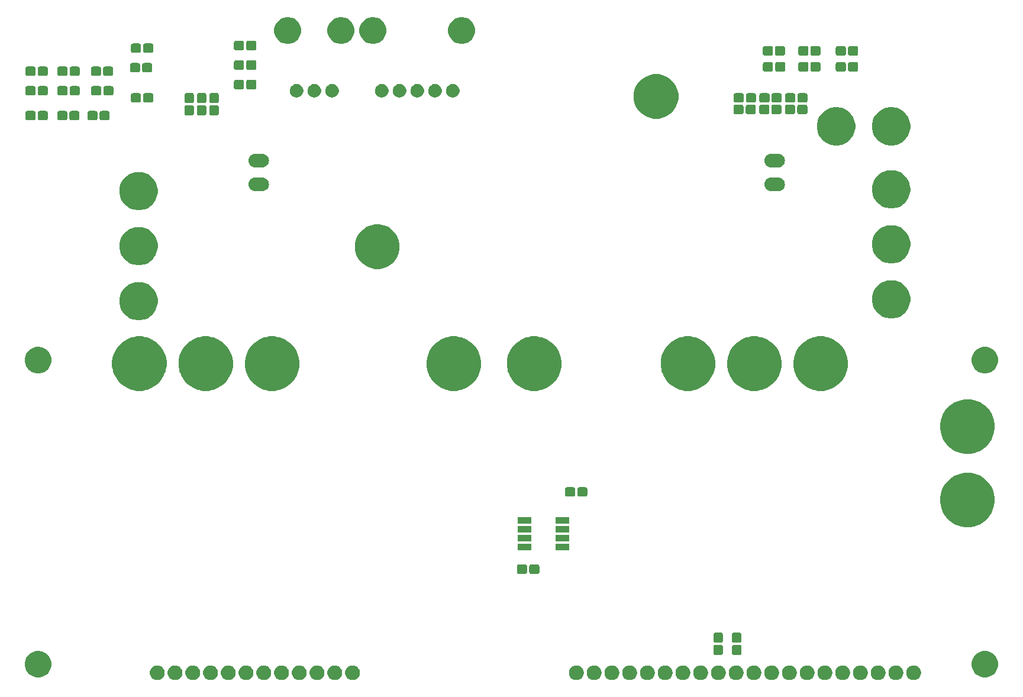
<source format=gbr>
G04 #@! TF.GenerationSoftware,KiCad,Pcbnew,(5.0.2)-1*
G04 #@! TF.CreationDate,2019-03-05T00:17:48-06:00*
G04 #@! TF.ProjectId,ODriveInterfacingBoard,4f447269-7665-4496-9e74-657266616369,rev?*
G04 #@! TF.SameCoordinates,Original*
G04 #@! TF.FileFunction,Soldermask,Top*
G04 #@! TF.FilePolarity,Negative*
%FSLAX46Y46*%
G04 Gerber Fmt 4.6, Leading zero omitted, Abs format (unit mm)*
G04 Created by KiCad (PCBNEW (5.0.2)-1) date 3/5/2019 12:17:48 AM*
%MOMM*%
%LPD*%
G01*
G04 APERTURE LIST*
%ADD10C,0.100000*%
G04 APERTURE END LIST*
D10*
G36*
X63754637Y-143695621D02*
X63935023Y-143731501D01*
X64126111Y-143810653D01*
X64298085Y-143925562D01*
X64444338Y-144071815D01*
X64559247Y-144243789D01*
X64638399Y-144434877D01*
X64678749Y-144637735D01*
X64678749Y-144844567D01*
X64638399Y-145047425D01*
X64559247Y-145238513D01*
X64444338Y-145410487D01*
X64298085Y-145556740D01*
X64126111Y-145671649D01*
X63935023Y-145750801D01*
X63754637Y-145786681D01*
X63732166Y-145791151D01*
X63525332Y-145791151D01*
X63502861Y-145786681D01*
X63322475Y-145750801D01*
X63131387Y-145671649D01*
X62959413Y-145556740D01*
X62813160Y-145410487D01*
X62698251Y-145238513D01*
X62619099Y-145047425D01*
X62578749Y-144844567D01*
X62578749Y-144637735D01*
X62619099Y-144434877D01*
X62698251Y-144243789D01*
X62813160Y-144071815D01*
X62959413Y-143925562D01*
X63131387Y-143810653D01*
X63322475Y-143731501D01*
X63502861Y-143695621D01*
X63525332Y-143691151D01*
X63732166Y-143691151D01*
X63754637Y-143695621D01*
X63754637Y-143695621D01*
G37*
G36*
X66294637Y-143695621D02*
X66475023Y-143731501D01*
X66666111Y-143810653D01*
X66838085Y-143925562D01*
X66984338Y-144071815D01*
X67099247Y-144243789D01*
X67178399Y-144434877D01*
X67218749Y-144637735D01*
X67218749Y-144844567D01*
X67178399Y-145047425D01*
X67099247Y-145238513D01*
X66984338Y-145410487D01*
X66838085Y-145556740D01*
X66666111Y-145671649D01*
X66475023Y-145750801D01*
X66294637Y-145786681D01*
X66272166Y-145791151D01*
X66065332Y-145791151D01*
X66042861Y-145786681D01*
X65862475Y-145750801D01*
X65671387Y-145671649D01*
X65499413Y-145556740D01*
X65353160Y-145410487D01*
X65238251Y-145238513D01*
X65159099Y-145047425D01*
X65118749Y-144844567D01*
X65118749Y-144637735D01*
X65159099Y-144434877D01*
X65238251Y-144243789D01*
X65353160Y-144071815D01*
X65499413Y-143925562D01*
X65671387Y-143810653D01*
X65862475Y-143731501D01*
X66042861Y-143695621D01*
X66065332Y-143691151D01*
X66272166Y-143691151D01*
X66294637Y-143695621D01*
X66294637Y-143695621D01*
G37*
G36*
X84074637Y-143695621D02*
X84255023Y-143731501D01*
X84446111Y-143810653D01*
X84618085Y-143925562D01*
X84764338Y-144071815D01*
X84879247Y-144243789D01*
X84958399Y-144434877D01*
X84998749Y-144637735D01*
X84998749Y-144844567D01*
X84958399Y-145047425D01*
X84879247Y-145238513D01*
X84764338Y-145410487D01*
X84618085Y-145556740D01*
X84446111Y-145671649D01*
X84255023Y-145750801D01*
X84074637Y-145786681D01*
X84052166Y-145791151D01*
X83845332Y-145791151D01*
X83822861Y-145786681D01*
X83642475Y-145750801D01*
X83451387Y-145671649D01*
X83279413Y-145556740D01*
X83133160Y-145410487D01*
X83018251Y-145238513D01*
X82939099Y-145047425D01*
X82898749Y-144844567D01*
X82898749Y-144637735D01*
X82939099Y-144434877D01*
X83018251Y-144243789D01*
X83133160Y-144071815D01*
X83279413Y-143925562D01*
X83451387Y-143810653D01*
X83642475Y-143731501D01*
X83822861Y-143695621D01*
X83845332Y-143691151D01*
X84052166Y-143691151D01*
X84074637Y-143695621D01*
X84074637Y-143695621D01*
G37*
G36*
X81534637Y-143695621D02*
X81715023Y-143731501D01*
X81906111Y-143810653D01*
X82078085Y-143925562D01*
X82224338Y-144071815D01*
X82339247Y-144243789D01*
X82418399Y-144434877D01*
X82458749Y-144637735D01*
X82458749Y-144844567D01*
X82418399Y-145047425D01*
X82339247Y-145238513D01*
X82224338Y-145410487D01*
X82078085Y-145556740D01*
X81906111Y-145671649D01*
X81715023Y-145750801D01*
X81534637Y-145786681D01*
X81512166Y-145791151D01*
X81305332Y-145791151D01*
X81282861Y-145786681D01*
X81102475Y-145750801D01*
X80911387Y-145671649D01*
X80739413Y-145556740D01*
X80593160Y-145410487D01*
X80478251Y-145238513D01*
X80399099Y-145047425D01*
X80358749Y-144844567D01*
X80358749Y-144637735D01*
X80399099Y-144434877D01*
X80478251Y-144243789D01*
X80593160Y-144071815D01*
X80739413Y-143925562D01*
X80911387Y-143810653D01*
X81102475Y-143731501D01*
X81282861Y-143695621D01*
X81305332Y-143691151D01*
X81512166Y-143691151D01*
X81534637Y-143695621D01*
X81534637Y-143695621D01*
G37*
G36*
X78994637Y-143695621D02*
X79175023Y-143731501D01*
X79366111Y-143810653D01*
X79538085Y-143925562D01*
X79684338Y-144071815D01*
X79799247Y-144243789D01*
X79878399Y-144434877D01*
X79918749Y-144637735D01*
X79918749Y-144844567D01*
X79878399Y-145047425D01*
X79799247Y-145238513D01*
X79684338Y-145410487D01*
X79538085Y-145556740D01*
X79366111Y-145671649D01*
X79175023Y-145750801D01*
X78994637Y-145786681D01*
X78972166Y-145791151D01*
X78765332Y-145791151D01*
X78742861Y-145786681D01*
X78562475Y-145750801D01*
X78371387Y-145671649D01*
X78199413Y-145556740D01*
X78053160Y-145410487D01*
X77938251Y-145238513D01*
X77859099Y-145047425D01*
X77818749Y-144844567D01*
X77818749Y-144637735D01*
X77859099Y-144434877D01*
X77938251Y-144243789D01*
X78053160Y-144071815D01*
X78199413Y-143925562D01*
X78371387Y-143810653D01*
X78562475Y-143731501D01*
X78742861Y-143695621D01*
X78765332Y-143691151D01*
X78972166Y-143691151D01*
X78994637Y-143695621D01*
X78994637Y-143695621D01*
G37*
G36*
X76454637Y-143695621D02*
X76635023Y-143731501D01*
X76826111Y-143810653D01*
X76998085Y-143925562D01*
X77144338Y-144071815D01*
X77259247Y-144243789D01*
X77338399Y-144434877D01*
X77378749Y-144637735D01*
X77378749Y-144844567D01*
X77338399Y-145047425D01*
X77259247Y-145238513D01*
X77144338Y-145410487D01*
X76998085Y-145556740D01*
X76826111Y-145671649D01*
X76635023Y-145750801D01*
X76454637Y-145786681D01*
X76432166Y-145791151D01*
X76225332Y-145791151D01*
X76202861Y-145786681D01*
X76022475Y-145750801D01*
X75831387Y-145671649D01*
X75659413Y-145556740D01*
X75513160Y-145410487D01*
X75398251Y-145238513D01*
X75319099Y-145047425D01*
X75278749Y-144844567D01*
X75278749Y-144637735D01*
X75319099Y-144434877D01*
X75398251Y-144243789D01*
X75513160Y-144071815D01*
X75659413Y-143925562D01*
X75831387Y-143810653D01*
X76022475Y-143731501D01*
X76202861Y-143695621D01*
X76225332Y-143691151D01*
X76432166Y-143691151D01*
X76454637Y-143695621D01*
X76454637Y-143695621D01*
G37*
G36*
X73914637Y-143695621D02*
X74095023Y-143731501D01*
X74286111Y-143810653D01*
X74458085Y-143925562D01*
X74604338Y-144071815D01*
X74719247Y-144243789D01*
X74798399Y-144434877D01*
X74838749Y-144637735D01*
X74838749Y-144844567D01*
X74798399Y-145047425D01*
X74719247Y-145238513D01*
X74604338Y-145410487D01*
X74458085Y-145556740D01*
X74286111Y-145671649D01*
X74095023Y-145750801D01*
X73914637Y-145786681D01*
X73892166Y-145791151D01*
X73685332Y-145791151D01*
X73662861Y-145786681D01*
X73482475Y-145750801D01*
X73291387Y-145671649D01*
X73119413Y-145556740D01*
X72973160Y-145410487D01*
X72858251Y-145238513D01*
X72779099Y-145047425D01*
X72738749Y-144844567D01*
X72738749Y-144637735D01*
X72779099Y-144434877D01*
X72858251Y-144243789D01*
X72973160Y-144071815D01*
X73119413Y-143925562D01*
X73291387Y-143810653D01*
X73482475Y-143731501D01*
X73662861Y-143695621D01*
X73685332Y-143691151D01*
X73892166Y-143691151D01*
X73914637Y-143695621D01*
X73914637Y-143695621D01*
G37*
G36*
X71374637Y-143695621D02*
X71555023Y-143731501D01*
X71746111Y-143810653D01*
X71918085Y-143925562D01*
X72064338Y-144071815D01*
X72179247Y-144243789D01*
X72258399Y-144434877D01*
X72298749Y-144637735D01*
X72298749Y-144844567D01*
X72258399Y-145047425D01*
X72179247Y-145238513D01*
X72064338Y-145410487D01*
X71918085Y-145556740D01*
X71746111Y-145671649D01*
X71555023Y-145750801D01*
X71374637Y-145786681D01*
X71352166Y-145791151D01*
X71145332Y-145791151D01*
X71122861Y-145786681D01*
X70942475Y-145750801D01*
X70751387Y-145671649D01*
X70579413Y-145556740D01*
X70433160Y-145410487D01*
X70318251Y-145238513D01*
X70239099Y-145047425D01*
X70198749Y-144844567D01*
X70198749Y-144637735D01*
X70239099Y-144434877D01*
X70318251Y-144243789D01*
X70433160Y-144071815D01*
X70579413Y-143925562D01*
X70751387Y-143810653D01*
X70942475Y-143731501D01*
X71122861Y-143695621D01*
X71145332Y-143691151D01*
X71352166Y-143691151D01*
X71374637Y-143695621D01*
X71374637Y-143695621D01*
G37*
G36*
X68834637Y-143695621D02*
X69015023Y-143731501D01*
X69206111Y-143810653D01*
X69378085Y-143925562D01*
X69524338Y-144071815D01*
X69639247Y-144243789D01*
X69718399Y-144434877D01*
X69758749Y-144637735D01*
X69758749Y-144844567D01*
X69718399Y-145047425D01*
X69639247Y-145238513D01*
X69524338Y-145410487D01*
X69378085Y-145556740D01*
X69206111Y-145671649D01*
X69015023Y-145750801D01*
X68834637Y-145786681D01*
X68812166Y-145791151D01*
X68605332Y-145791151D01*
X68582861Y-145786681D01*
X68402475Y-145750801D01*
X68211387Y-145671649D01*
X68039413Y-145556740D01*
X67893160Y-145410487D01*
X67778251Y-145238513D01*
X67699099Y-145047425D01*
X67658749Y-144844567D01*
X67658749Y-144637735D01*
X67699099Y-144434877D01*
X67778251Y-144243789D01*
X67893160Y-144071815D01*
X68039413Y-143925562D01*
X68211387Y-143810653D01*
X68402475Y-143731501D01*
X68582861Y-143695621D01*
X68605332Y-143691151D01*
X68812166Y-143691151D01*
X68834637Y-143695621D01*
X68834637Y-143695621D01*
G37*
G36*
X126274605Y-143695621D02*
X126454991Y-143731501D01*
X126646079Y-143810653D01*
X126818053Y-143925562D01*
X126964306Y-144071815D01*
X127079215Y-144243789D01*
X127158367Y-144434877D01*
X127198717Y-144637735D01*
X127198717Y-144844567D01*
X127158367Y-145047425D01*
X127079215Y-145238513D01*
X126964306Y-145410487D01*
X126818053Y-145556740D01*
X126646079Y-145671649D01*
X126454991Y-145750801D01*
X126274605Y-145786681D01*
X126252134Y-145791151D01*
X126045300Y-145791151D01*
X126022829Y-145786681D01*
X125842443Y-145750801D01*
X125651355Y-145671649D01*
X125479381Y-145556740D01*
X125333128Y-145410487D01*
X125218219Y-145238513D01*
X125139067Y-145047425D01*
X125098717Y-144844567D01*
X125098717Y-144637735D01*
X125139067Y-144434877D01*
X125218219Y-144243789D01*
X125333128Y-144071815D01*
X125479381Y-143925562D01*
X125651355Y-143810653D01*
X125842443Y-143731501D01*
X126022829Y-143695621D01*
X126045300Y-143691151D01*
X126252134Y-143691151D01*
X126274605Y-143695621D01*
X126274605Y-143695621D01*
G37*
G36*
X61214637Y-143695621D02*
X61395023Y-143731501D01*
X61586111Y-143810653D01*
X61758085Y-143925562D01*
X61904338Y-144071815D01*
X62019247Y-144243789D01*
X62098399Y-144434877D01*
X62138749Y-144637735D01*
X62138749Y-144844567D01*
X62098399Y-145047425D01*
X62019247Y-145238513D01*
X61904338Y-145410487D01*
X61758085Y-145556740D01*
X61586111Y-145671649D01*
X61395023Y-145750801D01*
X61214637Y-145786681D01*
X61192166Y-145791151D01*
X60985332Y-145791151D01*
X60962861Y-145786681D01*
X60782475Y-145750801D01*
X60591387Y-145671649D01*
X60419413Y-145556740D01*
X60273160Y-145410487D01*
X60158251Y-145238513D01*
X60079099Y-145047425D01*
X60038749Y-144844567D01*
X60038749Y-144637735D01*
X60079099Y-144434877D01*
X60158251Y-144243789D01*
X60273160Y-144071815D01*
X60419413Y-143925562D01*
X60591387Y-143810653D01*
X60782475Y-143731501D01*
X60962861Y-143695621D01*
X60985332Y-143691151D01*
X61192166Y-143691151D01*
X61214637Y-143695621D01*
X61214637Y-143695621D01*
G37*
G36*
X58674637Y-143695621D02*
X58855023Y-143731501D01*
X59046111Y-143810653D01*
X59218085Y-143925562D01*
X59364338Y-144071815D01*
X59479247Y-144243789D01*
X59558399Y-144434877D01*
X59598749Y-144637735D01*
X59598749Y-144844567D01*
X59558399Y-145047425D01*
X59479247Y-145238513D01*
X59364338Y-145410487D01*
X59218085Y-145556740D01*
X59046111Y-145671649D01*
X58855023Y-145750801D01*
X58674637Y-145786681D01*
X58652166Y-145791151D01*
X58445332Y-145791151D01*
X58422861Y-145786681D01*
X58242475Y-145750801D01*
X58051387Y-145671649D01*
X57879413Y-145556740D01*
X57733160Y-145410487D01*
X57618251Y-145238513D01*
X57539099Y-145047425D01*
X57498749Y-144844567D01*
X57498749Y-144637735D01*
X57539099Y-144434877D01*
X57618251Y-144243789D01*
X57733160Y-144071815D01*
X57879413Y-143925562D01*
X58051387Y-143810653D01*
X58242475Y-143731501D01*
X58422861Y-143695621D01*
X58445332Y-143691151D01*
X58652166Y-143691151D01*
X58674637Y-143695621D01*
X58674637Y-143695621D01*
G37*
G36*
X56134637Y-143695621D02*
X56315023Y-143731501D01*
X56506111Y-143810653D01*
X56678085Y-143925562D01*
X56824338Y-144071815D01*
X56939247Y-144243789D01*
X57018399Y-144434877D01*
X57058749Y-144637735D01*
X57058749Y-144844567D01*
X57018399Y-145047425D01*
X56939247Y-145238513D01*
X56824338Y-145410487D01*
X56678085Y-145556740D01*
X56506111Y-145671649D01*
X56315023Y-145750801D01*
X56134637Y-145786681D01*
X56112166Y-145791151D01*
X55905332Y-145791151D01*
X55882861Y-145786681D01*
X55702475Y-145750801D01*
X55511387Y-145671649D01*
X55339413Y-145556740D01*
X55193160Y-145410487D01*
X55078251Y-145238513D01*
X54999099Y-145047425D01*
X54958749Y-144844567D01*
X54958749Y-144637735D01*
X54999099Y-144434877D01*
X55078251Y-144243789D01*
X55193160Y-144071815D01*
X55339413Y-143925562D01*
X55511387Y-143810653D01*
X55702475Y-143731501D01*
X55882861Y-143695621D01*
X55905332Y-143691151D01*
X56112166Y-143691151D01*
X56134637Y-143695621D01*
X56134637Y-143695621D01*
G37*
G36*
X116114605Y-143695621D02*
X116294991Y-143731501D01*
X116486079Y-143810653D01*
X116658053Y-143925562D01*
X116804306Y-144071815D01*
X116919215Y-144243789D01*
X116998367Y-144434877D01*
X117038717Y-144637735D01*
X117038717Y-144844567D01*
X116998367Y-145047425D01*
X116919215Y-145238513D01*
X116804306Y-145410487D01*
X116658053Y-145556740D01*
X116486079Y-145671649D01*
X116294991Y-145750801D01*
X116114605Y-145786681D01*
X116092134Y-145791151D01*
X115885300Y-145791151D01*
X115862829Y-145786681D01*
X115682443Y-145750801D01*
X115491355Y-145671649D01*
X115319381Y-145556740D01*
X115173128Y-145410487D01*
X115058219Y-145238513D01*
X114979067Y-145047425D01*
X114938717Y-144844567D01*
X114938717Y-144637735D01*
X114979067Y-144434877D01*
X115058219Y-144243789D01*
X115173128Y-144071815D01*
X115319381Y-143925562D01*
X115491355Y-143810653D01*
X115682443Y-143731501D01*
X115862829Y-143695621D01*
X115885300Y-143691151D01*
X116092134Y-143691151D01*
X116114605Y-143695621D01*
X116114605Y-143695621D01*
G37*
G36*
X118654605Y-143695621D02*
X118834991Y-143731501D01*
X119026079Y-143810653D01*
X119198053Y-143925562D01*
X119344306Y-144071815D01*
X119459215Y-144243789D01*
X119538367Y-144434877D01*
X119578717Y-144637735D01*
X119578717Y-144844567D01*
X119538367Y-145047425D01*
X119459215Y-145238513D01*
X119344306Y-145410487D01*
X119198053Y-145556740D01*
X119026079Y-145671649D01*
X118834991Y-145750801D01*
X118654605Y-145786681D01*
X118632134Y-145791151D01*
X118425300Y-145791151D01*
X118402829Y-145786681D01*
X118222443Y-145750801D01*
X118031355Y-145671649D01*
X117859381Y-145556740D01*
X117713128Y-145410487D01*
X117598219Y-145238513D01*
X117519067Y-145047425D01*
X117478717Y-144844567D01*
X117478717Y-144637735D01*
X117519067Y-144434877D01*
X117598219Y-144243789D01*
X117713128Y-144071815D01*
X117859381Y-143925562D01*
X118031355Y-143810653D01*
X118222443Y-143731501D01*
X118402829Y-143695621D01*
X118425300Y-143691151D01*
X118632134Y-143691151D01*
X118654605Y-143695621D01*
X118654605Y-143695621D01*
G37*
G36*
X121194605Y-143695621D02*
X121374991Y-143731501D01*
X121566079Y-143810653D01*
X121738053Y-143925562D01*
X121884306Y-144071815D01*
X121999215Y-144243789D01*
X122078367Y-144434877D01*
X122118717Y-144637735D01*
X122118717Y-144844567D01*
X122078367Y-145047425D01*
X121999215Y-145238513D01*
X121884306Y-145410487D01*
X121738053Y-145556740D01*
X121566079Y-145671649D01*
X121374991Y-145750801D01*
X121194605Y-145786681D01*
X121172134Y-145791151D01*
X120965300Y-145791151D01*
X120942829Y-145786681D01*
X120762443Y-145750801D01*
X120571355Y-145671649D01*
X120399381Y-145556740D01*
X120253128Y-145410487D01*
X120138219Y-145238513D01*
X120059067Y-145047425D01*
X120018717Y-144844567D01*
X120018717Y-144637735D01*
X120059067Y-144434877D01*
X120138219Y-144243789D01*
X120253128Y-144071815D01*
X120399381Y-143925562D01*
X120571355Y-143810653D01*
X120762443Y-143731501D01*
X120942829Y-143695621D01*
X120965300Y-143691151D01*
X121172134Y-143691151D01*
X121194605Y-143695621D01*
X121194605Y-143695621D01*
G37*
G36*
X146594605Y-143695621D02*
X146774991Y-143731501D01*
X146966079Y-143810653D01*
X147138053Y-143925562D01*
X147284306Y-144071815D01*
X147399215Y-144243789D01*
X147478367Y-144434877D01*
X147518717Y-144637735D01*
X147518717Y-144844567D01*
X147478367Y-145047425D01*
X147399215Y-145238513D01*
X147284306Y-145410487D01*
X147138053Y-145556740D01*
X146966079Y-145671649D01*
X146774991Y-145750801D01*
X146594605Y-145786681D01*
X146572134Y-145791151D01*
X146365300Y-145791151D01*
X146342829Y-145786681D01*
X146162443Y-145750801D01*
X145971355Y-145671649D01*
X145799381Y-145556740D01*
X145653128Y-145410487D01*
X145538219Y-145238513D01*
X145459067Y-145047425D01*
X145418717Y-144844567D01*
X145418717Y-144637735D01*
X145459067Y-144434877D01*
X145538219Y-144243789D01*
X145653128Y-144071815D01*
X145799381Y-143925562D01*
X145971355Y-143810653D01*
X146162443Y-143731501D01*
X146342829Y-143695621D01*
X146365300Y-143691151D01*
X146572134Y-143691151D01*
X146594605Y-143695621D01*
X146594605Y-143695621D01*
G37*
G36*
X128814605Y-143695621D02*
X128994991Y-143731501D01*
X129186079Y-143810653D01*
X129358053Y-143925562D01*
X129504306Y-144071815D01*
X129619215Y-144243789D01*
X129698367Y-144434877D01*
X129738717Y-144637735D01*
X129738717Y-144844567D01*
X129698367Y-145047425D01*
X129619215Y-145238513D01*
X129504306Y-145410487D01*
X129358053Y-145556740D01*
X129186079Y-145671649D01*
X128994991Y-145750801D01*
X128814605Y-145786681D01*
X128792134Y-145791151D01*
X128585300Y-145791151D01*
X128562829Y-145786681D01*
X128382443Y-145750801D01*
X128191355Y-145671649D01*
X128019381Y-145556740D01*
X127873128Y-145410487D01*
X127758219Y-145238513D01*
X127679067Y-145047425D01*
X127638717Y-144844567D01*
X127638717Y-144637735D01*
X127679067Y-144434877D01*
X127758219Y-144243789D01*
X127873128Y-144071815D01*
X128019381Y-143925562D01*
X128191355Y-143810653D01*
X128382443Y-143731501D01*
X128562829Y-143695621D01*
X128585300Y-143691151D01*
X128792134Y-143691151D01*
X128814605Y-143695621D01*
X128814605Y-143695621D01*
G37*
G36*
X164374605Y-143695621D02*
X164554991Y-143731501D01*
X164746079Y-143810653D01*
X164918053Y-143925562D01*
X165064306Y-144071815D01*
X165179215Y-144243789D01*
X165258367Y-144434877D01*
X165298717Y-144637735D01*
X165298717Y-144844567D01*
X165258367Y-145047425D01*
X165179215Y-145238513D01*
X165064306Y-145410487D01*
X164918053Y-145556740D01*
X164746079Y-145671649D01*
X164554991Y-145750801D01*
X164374605Y-145786681D01*
X164352134Y-145791151D01*
X164145300Y-145791151D01*
X164122829Y-145786681D01*
X163942443Y-145750801D01*
X163751355Y-145671649D01*
X163579381Y-145556740D01*
X163433128Y-145410487D01*
X163318219Y-145238513D01*
X163239067Y-145047425D01*
X163198717Y-144844567D01*
X163198717Y-144637735D01*
X163239067Y-144434877D01*
X163318219Y-144243789D01*
X163433128Y-144071815D01*
X163579381Y-143925562D01*
X163751355Y-143810653D01*
X163942443Y-143731501D01*
X164122829Y-143695621D01*
X164145300Y-143691151D01*
X164352134Y-143691151D01*
X164374605Y-143695621D01*
X164374605Y-143695621D01*
G37*
G36*
X131354605Y-143695621D02*
X131534991Y-143731501D01*
X131726079Y-143810653D01*
X131898053Y-143925562D01*
X132044306Y-144071815D01*
X132159215Y-144243789D01*
X132238367Y-144434877D01*
X132278717Y-144637735D01*
X132278717Y-144844567D01*
X132238367Y-145047425D01*
X132159215Y-145238513D01*
X132044306Y-145410487D01*
X131898053Y-145556740D01*
X131726079Y-145671649D01*
X131534991Y-145750801D01*
X131354605Y-145786681D01*
X131332134Y-145791151D01*
X131125300Y-145791151D01*
X131102829Y-145786681D01*
X130922443Y-145750801D01*
X130731355Y-145671649D01*
X130559381Y-145556740D01*
X130413128Y-145410487D01*
X130298219Y-145238513D01*
X130219067Y-145047425D01*
X130178717Y-144844567D01*
X130178717Y-144637735D01*
X130219067Y-144434877D01*
X130298219Y-144243789D01*
X130413128Y-144071815D01*
X130559381Y-143925562D01*
X130731355Y-143810653D01*
X130922443Y-143731501D01*
X131102829Y-143695621D01*
X131125300Y-143691151D01*
X131332134Y-143691151D01*
X131354605Y-143695621D01*
X131354605Y-143695621D01*
G37*
G36*
X133894605Y-143695621D02*
X134074991Y-143731501D01*
X134266079Y-143810653D01*
X134438053Y-143925562D01*
X134584306Y-144071815D01*
X134699215Y-144243789D01*
X134778367Y-144434877D01*
X134818717Y-144637735D01*
X134818717Y-144844567D01*
X134778367Y-145047425D01*
X134699215Y-145238513D01*
X134584306Y-145410487D01*
X134438053Y-145556740D01*
X134266079Y-145671649D01*
X134074991Y-145750801D01*
X133894605Y-145786681D01*
X133872134Y-145791151D01*
X133665300Y-145791151D01*
X133642829Y-145786681D01*
X133462443Y-145750801D01*
X133271355Y-145671649D01*
X133099381Y-145556740D01*
X132953128Y-145410487D01*
X132838219Y-145238513D01*
X132759067Y-145047425D01*
X132718717Y-144844567D01*
X132718717Y-144637735D01*
X132759067Y-144434877D01*
X132838219Y-144243789D01*
X132953128Y-144071815D01*
X133099381Y-143925562D01*
X133271355Y-143810653D01*
X133462443Y-143731501D01*
X133642829Y-143695621D01*
X133665300Y-143691151D01*
X133872134Y-143691151D01*
X133894605Y-143695621D01*
X133894605Y-143695621D01*
G37*
G36*
X136434605Y-143695621D02*
X136614991Y-143731501D01*
X136806079Y-143810653D01*
X136978053Y-143925562D01*
X137124306Y-144071815D01*
X137239215Y-144243789D01*
X137318367Y-144434877D01*
X137358717Y-144637735D01*
X137358717Y-144844567D01*
X137318367Y-145047425D01*
X137239215Y-145238513D01*
X137124306Y-145410487D01*
X136978053Y-145556740D01*
X136806079Y-145671649D01*
X136614991Y-145750801D01*
X136434605Y-145786681D01*
X136412134Y-145791151D01*
X136205300Y-145791151D01*
X136182829Y-145786681D01*
X136002443Y-145750801D01*
X135811355Y-145671649D01*
X135639381Y-145556740D01*
X135493128Y-145410487D01*
X135378219Y-145238513D01*
X135299067Y-145047425D01*
X135258717Y-144844567D01*
X135258717Y-144637735D01*
X135299067Y-144434877D01*
X135378219Y-144243789D01*
X135493128Y-144071815D01*
X135639381Y-143925562D01*
X135811355Y-143810653D01*
X136002443Y-143731501D01*
X136182829Y-143695621D01*
X136205300Y-143691151D01*
X136412134Y-143691151D01*
X136434605Y-143695621D01*
X136434605Y-143695621D01*
G37*
G36*
X138974605Y-143695621D02*
X139154991Y-143731501D01*
X139346079Y-143810653D01*
X139518053Y-143925562D01*
X139664306Y-144071815D01*
X139779215Y-144243789D01*
X139858367Y-144434877D01*
X139898717Y-144637735D01*
X139898717Y-144844567D01*
X139858367Y-145047425D01*
X139779215Y-145238513D01*
X139664306Y-145410487D01*
X139518053Y-145556740D01*
X139346079Y-145671649D01*
X139154991Y-145750801D01*
X138974605Y-145786681D01*
X138952134Y-145791151D01*
X138745300Y-145791151D01*
X138722829Y-145786681D01*
X138542443Y-145750801D01*
X138351355Y-145671649D01*
X138179381Y-145556740D01*
X138033128Y-145410487D01*
X137918219Y-145238513D01*
X137839067Y-145047425D01*
X137798717Y-144844567D01*
X137798717Y-144637735D01*
X137839067Y-144434877D01*
X137918219Y-144243789D01*
X138033128Y-144071815D01*
X138179381Y-143925562D01*
X138351355Y-143810653D01*
X138542443Y-143731501D01*
X138722829Y-143695621D01*
X138745300Y-143691151D01*
X138952134Y-143691151D01*
X138974605Y-143695621D01*
X138974605Y-143695621D01*
G37*
G36*
X141514605Y-143695621D02*
X141694991Y-143731501D01*
X141886079Y-143810653D01*
X142058053Y-143925562D01*
X142204306Y-144071815D01*
X142319215Y-144243789D01*
X142398367Y-144434877D01*
X142438717Y-144637735D01*
X142438717Y-144844567D01*
X142398367Y-145047425D01*
X142319215Y-145238513D01*
X142204306Y-145410487D01*
X142058053Y-145556740D01*
X141886079Y-145671649D01*
X141694991Y-145750801D01*
X141514605Y-145786681D01*
X141492134Y-145791151D01*
X141285300Y-145791151D01*
X141262829Y-145786681D01*
X141082443Y-145750801D01*
X140891355Y-145671649D01*
X140719381Y-145556740D01*
X140573128Y-145410487D01*
X140458219Y-145238513D01*
X140379067Y-145047425D01*
X140338717Y-144844567D01*
X140338717Y-144637735D01*
X140379067Y-144434877D01*
X140458219Y-144243789D01*
X140573128Y-144071815D01*
X140719381Y-143925562D01*
X140891355Y-143810653D01*
X141082443Y-143731501D01*
X141262829Y-143695621D01*
X141285300Y-143691151D01*
X141492134Y-143691151D01*
X141514605Y-143695621D01*
X141514605Y-143695621D01*
G37*
G36*
X144054605Y-143695621D02*
X144234991Y-143731501D01*
X144426079Y-143810653D01*
X144598053Y-143925562D01*
X144744306Y-144071815D01*
X144859215Y-144243789D01*
X144938367Y-144434877D01*
X144978717Y-144637735D01*
X144978717Y-144844567D01*
X144938367Y-145047425D01*
X144859215Y-145238513D01*
X144744306Y-145410487D01*
X144598053Y-145556740D01*
X144426079Y-145671649D01*
X144234991Y-145750801D01*
X144054605Y-145786681D01*
X144032134Y-145791151D01*
X143825300Y-145791151D01*
X143802829Y-145786681D01*
X143622443Y-145750801D01*
X143431355Y-145671649D01*
X143259381Y-145556740D01*
X143113128Y-145410487D01*
X142998219Y-145238513D01*
X142919067Y-145047425D01*
X142878717Y-144844567D01*
X142878717Y-144637735D01*
X142919067Y-144434877D01*
X142998219Y-144243789D01*
X143113128Y-144071815D01*
X143259381Y-143925562D01*
X143431355Y-143810653D01*
X143622443Y-143731501D01*
X143802829Y-143695621D01*
X143825300Y-143691151D01*
X144032134Y-143691151D01*
X144054605Y-143695621D01*
X144054605Y-143695621D01*
G37*
G36*
X149134605Y-143695621D02*
X149314991Y-143731501D01*
X149506079Y-143810653D01*
X149678053Y-143925562D01*
X149824306Y-144071815D01*
X149939215Y-144243789D01*
X150018367Y-144434877D01*
X150058717Y-144637735D01*
X150058717Y-144844567D01*
X150018367Y-145047425D01*
X149939215Y-145238513D01*
X149824306Y-145410487D01*
X149678053Y-145556740D01*
X149506079Y-145671649D01*
X149314991Y-145750801D01*
X149134605Y-145786681D01*
X149112134Y-145791151D01*
X148905300Y-145791151D01*
X148882829Y-145786681D01*
X148702443Y-145750801D01*
X148511355Y-145671649D01*
X148339381Y-145556740D01*
X148193128Y-145410487D01*
X148078219Y-145238513D01*
X147999067Y-145047425D01*
X147958717Y-144844567D01*
X147958717Y-144637735D01*
X147999067Y-144434877D01*
X148078219Y-144243789D01*
X148193128Y-144071815D01*
X148339381Y-143925562D01*
X148511355Y-143810653D01*
X148702443Y-143731501D01*
X148882829Y-143695621D01*
X148905300Y-143691151D01*
X149112134Y-143691151D01*
X149134605Y-143695621D01*
X149134605Y-143695621D01*
G37*
G36*
X161834605Y-143695621D02*
X162014991Y-143731501D01*
X162206079Y-143810653D01*
X162378053Y-143925562D01*
X162524306Y-144071815D01*
X162639215Y-144243789D01*
X162718367Y-144434877D01*
X162758717Y-144637735D01*
X162758717Y-144844567D01*
X162718367Y-145047425D01*
X162639215Y-145238513D01*
X162524306Y-145410487D01*
X162378053Y-145556740D01*
X162206079Y-145671649D01*
X162014991Y-145750801D01*
X161834605Y-145786681D01*
X161812134Y-145791151D01*
X161605300Y-145791151D01*
X161582829Y-145786681D01*
X161402443Y-145750801D01*
X161211355Y-145671649D01*
X161039381Y-145556740D01*
X160893128Y-145410487D01*
X160778219Y-145238513D01*
X160699067Y-145047425D01*
X160658717Y-144844567D01*
X160658717Y-144637735D01*
X160699067Y-144434877D01*
X160778219Y-144243789D01*
X160893128Y-144071815D01*
X161039381Y-143925562D01*
X161211355Y-143810653D01*
X161402443Y-143731501D01*
X161582829Y-143695621D01*
X161605300Y-143691151D01*
X161812134Y-143691151D01*
X161834605Y-143695621D01*
X161834605Y-143695621D01*
G37*
G36*
X159294605Y-143695621D02*
X159474991Y-143731501D01*
X159666079Y-143810653D01*
X159838053Y-143925562D01*
X159984306Y-144071815D01*
X160099215Y-144243789D01*
X160178367Y-144434877D01*
X160218717Y-144637735D01*
X160218717Y-144844567D01*
X160178367Y-145047425D01*
X160099215Y-145238513D01*
X159984306Y-145410487D01*
X159838053Y-145556740D01*
X159666079Y-145671649D01*
X159474991Y-145750801D01*
X159294605Y-145786681D01*
X159272134Y-145791151D01*
X159065300Y-145791151D01*
X159042829Y-145786681D01*
X158862443Y-145750801D01*
X158671355Y-145671649D01*
X158499381Y-145556740D01*
X158353128Y-145410487D01*
X158238219Y-145238513D01*
X158159067Y-145047425D01*
X158118717Y-144844567D01*
X158118717Y-144637735D01*
X158159067Y-144434877D01*
X158238219Y-144243789D01*
X158353128Y-144071815D01*
X158499381Y-143925562D01*
X158671355Y-143810653D01*
X158862443Y-143731501D01*
X159042829Y-143695621D01*
X159065300Y-143691151D01*
X159272134Y-143691151D01*
X159294605Y-143695621D01*
X159294605Y-143695621D01*
G37*
G36*
X156754605Y-143695621D02*
X156934991Y-143731501D01*
X157126079Y-143810653D01*
X157298053Y-143925562D01*
X157444306Y-144071815D01*
X157559215Y-144243789D01*
X157638367Y-144434877D01*
X157678717Y-144637735D01*
X157678717Y-144844567D01*
X157638367Y-145047425D01*
X157559215Y-145238513D01*
X157444306Y-145410487D01*
X157298053Y-145556740D01*
X157126079Y-145671649D01*
X156934991Y-145750801D01*
X156754605Y-145786681D01*
X156732134Y-145791151D01*
X156525300Y-145791151D01*
X156502829Y-145786681D01*
X156322443Y-145750801D01*
X156131355Y-145671649D01*
X155959381Y-145556740D01*
X155813128Y-145410487D01*
X155698219Y-145238513D01*
X155619067Y-145047425D01*
X155578717Y-144844567D01*
X155578717Y-144637735D01*
X155619067Y-144434877D01*
X155698219Y-144243789D01*
X155813128Y-144071815D01*
X155959381Y-143925562D01*
X156131355Y-143810653D01*
X156322443Y-143731501D01*
X156502829Y-143695621D01*
X156525300Y-143691151D01*
X156732134Y-143691151D01*
X156754605Y-143695621D01*
X156754605Y-143695621D01*
G37*
G36*
X154214605Y-143695621D02*
X154394991Y-143731501D01*
X154586079Y-143810653D01*
X154758053Y-143925562D01*
X154904306Y-144071815D01*
X155019215Y-144243789D01*
X155098367Y-144434877D01*
X155138717Y-144637735D01*
X155138717Y-144844567D01*
X155098367Y-145047425D01*
X155019215Y-145238513D01*
X154904306Y-145410487D01*
X154758053Y-145556740D01*
X154586079Y-145671649D01*
X154394991Y-145750801D01*
X154214605Y-145786681D01*
X154192134Y-145791151D01*
X153985300Y-145791151D01*
X153962829Y-145786681D01*
X153782443Y-145750801D01*
X153591355Y-145671649D01*
X153419381Y-145556740D01*
X153273128Y-145410487D01*
X153158219Y-145238513D01*
X153079067Y-145047425D01*
X153038717Y-144844567D01*
X153038717Y-144637735D01*
X153079067Y-144434877D01*
X153158219Y-144243789D01*
X153273128Y-144071815D01*
X153419381Y-143925562D01*
X153591355Y-143810653D01*
X153782443Y-143731501D01*
X153962829Y-143695621D01*
X153985300Y-143691151D01*
X154192134Y-143691151D01*
X154214605Y-143695621D01*
X154214605Y-143695621D01*
G37*
G36*
X151674605Y-143695621D02*
X151854991Y-143731501D01*
X152046079Y-143810653D01*
X152218053Y-143925562D01*
X152364306Y-144071815D01*
X152479215Y-144243789D01*
X152558367Y-144434877D01*
X152598717Y-144637735D01*
X152598717Y-144844567D01*
X152558367Y-145047425D01*
X152479215Y-145238513D01*
X152364306Y-145410487D01*
X152218053Y-145556740D01*
X152046079Y-145671649D01*
X151854991Y-145750801D01*
X151674605Y-145786681D01*
X151652134Y-145791151D01*
X151445300Y-145791151D01*
X151422829Y-145786681D01*
X151242443Y-145750801D01*
X151051355Y-145671649D01*
X150879381Y-145556740D01*
X150733128Y-145410487D01*
X150618219Y-145238513D01*
X150539067Y-145047425D01*
X150498717Y-144844567D01*
X150498717Y-144637735D01*
X150539067Y-144434877D01*
X150618219Y-144243789D01*
X150733128Y-144071815D01*
X150879381Y-143925562D01*
X151051355Y-143810653D01*
X151242443Y-143731501D01*
X151422829Y-143695621D01*
X151445300Y-143691151D01*
X151652134Y-143691151D01*
X151674605Y-143695621D01*
X151674605Y-143695621D01*
G37*
G36*
X123734605Y-143695621D02*
X123914991Y-143731501D01*
X124106079Y-143810653D01*
X124278053Y-143925562D01*
X124424306Y-144071815D01*
X124539215Y-144243789D01*
X124618367Y-144434877D01*
X124658717Y-144637735D01*
X124658717Y-144844567D01*
X124618367Y-145047425D01*
X124539215Y-145238513D01*
X124424306Y-145410487D01*
X124278053Y-145556740D01*
X124106079Y-145671649D01*
X123914991Y-145750801D01*
X123734605Y-145786681D01*
X123712134Y-145791151D01*
X123505300Y-145791151D01*
X123482829Y-145786681D01*
X123302443Y-145750801D01*
X123111355Y-145671649D01*
X122939381Y-145556740D01*
X122793128Y-145410487D01*
X122678219Y-145238513D01*
X122599067Y-145047425D01*
X122558717Y-144844567D01*
X122558717Y-144637735D01*
X122599067Y-144434877D01*
X122678219Y-144243789D01*
X122793128Y-144071815D01*
X122939381Y-143925562D01*
X123111355Y-143810653D01*
X123302443Y-143731501D01*
X123482829Y-143695621D01*
X123505300Y-143691151D01*
X123712134Y-143691151D01*
X123734605Y-143695621D01*
X123734605Y-143695621D01*
G37*
G36*
X39502926Y-141684167D02*
X39848703Y-141827392D01*
X40159899Y-142035327D01*
X40424541Y-142299969D01*
X40632476Y-142611165D01*
X40775701Y-142956942D01*
X40848717Y-143324016D01*
X40848717Y-143698286D01*
X40775701Y-144065360D01*
X40632476Y-144411137D01*
X40424541Y-144722333D01*
X40159899Y-144986975D01*
X39848703Y-145194910D01*
X39502926Y-145338135D01*
X39135852Y-145411151D01*
X38761582Y-145411151D01*
X38394508Y-145338135D01*
X38048731Y-145194910D01*
X37737535Y-144986975D01*
X37472893Y-144722333D01*
X37264958Y-144411137D01*
X37121733Y-144065360D01*
X37048717Y-143698286D01*
X37048717Y-143324016D01*
X37121733Y-142956942D01*
X37264958Y-142611165D01*
X37472893Y-142299969D01*
X37737535Y-142035327D01*
X38048731Y-141827392D01*
X38394508Y-141684167D01*
X38761582Y-141611151D01*
X39135852Y-141611151D01*
X39502926Y-141684167D01*
X39502926Y-141684167D01*
G37*
G36*
X175002926Y-141684167D02*
X175348703Y-141827392D01*
X175659899Y-142035327D01*
X175924541Y-142299969D01*
X176132476Y-142611165D01*
X176275701Y-142956942D01*
X176348717Y-143324016D01*
X176348717Y-143698286D01*
X176275701Y-144065360D01*
X176132476Y-144411137D01*
X175924541Y-144722333D01*
X175659899Y-144986975D01*
X175348703Y-145194910D01*
X175002926Y-145338135D01*
X174635852Y-145411151D01*
X174261582Y-145411151D01*
X173894508Y-145338135D01*
X173548731Y-145194910D01*
X173237535Y-144986975D01*
X172972893Y-144722333D01*
X172764958Y-144411137D01*
X172621733Y-144065360D01*
X172548717Y-143698286D01*
X172548717Y-143324016D01*
X172621733Y-142956942D01*
X172764958Y-142611165D01*
X172972893Y-142299969D01*
X173237535Y-142035327D01*
X173548731Y-141827392D01*
X173894508Y-141684167D01*
X174261582Y-141611151D01*
X174635852Y-141611151D01*
X175002926Y-141684167D01*
X175002926Y-141684167D01*
G37*
G36*
X139391530Y-140758877D02*
X139443010Y-140774493D01*
X139490442Y-140799846D01*
X139532027Y-140833973D01*
X139566154Y-140875558D01*
X139591507Y-140922990D01*
X139607123Y-140974470D01*
X139613000Y-141034140D01*
X139613000Y-141921860D01*
X139607123Y-141981530D01*
X139591507Y-142033010D01*
X139566154Y-142080442D01*
X139532027Y-142122027D01*
X139490442Y-142156154D01*
X139443010Y-142181507D01*
X139391530Y-142197123D01*
X139331860Y-142203000D01*
X138544140Y-142203000D01*
X138484470Y-142197123D01*
X138432990Y-142181507D01*
X138385558Y-142156154D01*
X138343973Y-142122027D01*
X138309846Y-142080442D01*
X138284493Y-142033010D01*
X138268877Y-141981530D01*
X138263000Y-141921860D01*
X138263000Y-141034140D01*
X138268877Y-140974470D01*
X138284493Y-140922990D01*
X138309846Y-140875558D01*
X138343973Y-140833973D01*
X138385558Y-140799846D01*
X138432990Y-140774493D01*
X138484470Y-140758877D01*
X138544140Y-140753000D01*
X139331860Y-140753000D01*
X139391530Y-140758877D01*
X139391530Y-140758877D01*
G37*
G36*
X136724530Y-140758877D02*
X136776010Y-140774493D01*
X136823442Y-140799846D01*
X136865027Y-140833973D01*
X136899154Y-140875558D01*
X136924507Y-140922990D01*
X136940123Y-140974470D01*
X136946000Y-141034140D01*
X136946000Y-141921860D01*
X136940123Y-141981530D01*
X136924507Y-142033010D01*
X136899154Y-142080442D01*
X136865027Y-142122027D01*
X136823442Y-142156154D01*
X136776010Y-142181507D01*
X136724530Y-142197123D01*
X136664860Y-142203000D01*
X135877140Y-142203000D01*
X135817470Y-142197123D01*
X135765990Y-142181507D01*
X135718558Y-142156154D01*
X135676973Y-142122027D01*
X135642846Y-142080442D01*
X135617493Y-142033010D01*
X135601877Y-141981530D01*
X135596000Y-141921860D01*
X135596000Y-141034140D01*
X135601877Y-140974470D01*
X135617493Y-140922990D01*
X135642846Y-140875558D01*
X135676973Y-140833973D01*
X135718558Y-140799846D01*
X135765990Y-140774493D01*
X135817470Y-140758877D01*
X135877140Y-140753000D01*
X136664860Y-140753000D01*
X136724530Y-140758877D01*
X136724530Y-140758877D01*
G37*
G36*
X139391530Y-139008877D02*
X139443010Y-139024493D01*
X139490442Y-139049846D01*
X139532027Y-139083973D01*
X139566154Y-139125558D01*
X139591507Y-139172990D01*
X139607123Y-139224470D01*
X139613000Y-139284140D01*
X139613000Y-140171860D01*
X139607123Y-140231530D01*
X139591507Y-140283010D01*
X139566154Y-140330442D01*
X139532027Y-140372027D01*
X139490442Y-140406154D01*
X139443010Y-140431507D01*
X139391530Y-140447123D01*
X139331860Y-140453000D01*
X138544140Y-140453000D01*
X138484470Y-140447123D01*
X138432990Y-140431507D01*
X138385558Y-140406154D01*
X138343973Y-140372027D01*
X138309846Y-140330442D01*
X138284493Y-140283010D01*
X138268877Y-140231530D01*
X138263000Y-140171860D01*
X138263000Y-139284140D01*
X138268877Y-139224470D01*
X138284493Y-139172990D01*
X138309846Y-139125558D01*
X138343973Y-139083973D01*
X138385558Y-139049846D01*
X138432990Y-139024493D01*
X138484470Y-139008877D01*
X138544140Y-139003000D01*
X139331860Y-139003000D01*
X139391530Y-139008877D01*
X139391530Y-139008877D01*
G37*
G36*
X136724530Y-139008877D02*
X136776010Y-139024493D01*
X136823442Y-139049846D01*
X136865027Y-139083973D01*
X136899154Y-139125558D01*
X136924507Y-139172990D01*
X136940123Y-139224470D01*
X136946000Y-139284140D01*
X136946000Y-140171860D01*
X136940123Y-140231530D01*
X136924507Y-140283010D01*
X136899154Y-140330442D01*
X136865027Y-140372027D01*
X136823442Y-140406154D01*
X136776010Y-140431507D01*
X136724530Y-140447123D01*
X136664860Y-140453000D01*
X135877140Y-140453000D01*
X135817470Y-140447123D01*
X135765990Y-140431507D01*
X135718558Y-140406154D01*
X135676973Y-140372027D01*
X135642846Y-140330442D01*
X135617493Y-140283010D01*
X135601877Y-140231530D01*
X135596000Y-140171860D01*
X135596000Y-139284140D01*
X135601877Y-139224470D01*
X135617493Y-139172990D01*
X135642846Y-139125558D01*
X135676973Y-139083973D01*
X135718558Y-139049846D01*
X135765990Y-139024493D01*
X135817470Y-139008877D01*
X135877140Y-139003000D01*
X136664860Y-139003000D01*
X136724530Y-139008877D01*
X136724530Y-139008877D01*
G37*
G36*
X108721530Y-129251877D02*
X108773010Y-129267493D01*
X108820442Y-129292846D01*
X108862027Y-129326973D01*
X108896154Y-129368558D01*
X108921507Y-129415990D01*
X108937123Y-129467470D01*
X108943000Y-129527140D01*
X108943000Y-130314860D01*
X108937123Y-130374530D01*
X108921507Y-130426010D01*
X108896154Y-130473442D01*
X108862027Y-130515027D01*
X108820442Y-130549154D01*
X108773010Y-130574507D01*
X108721530Y-130590123D01*
X108661860Y-130596000D01*
X107774140Y-130596000D01*
X107714470Y-130590123D01*
X107662990Y-130574507D01*
X107615558Y-130549154D01*
X107573973Y-130515027D01*
X107539846Y-130473442D01*
X107514493Y-130426010D01*
X107498877Y-130374530D01*
X107493000Y-130314860D01*
X107493000Y-129527140D01*
X107498877Y-129467470D01*
X107514493Y-129415990D01*
X107539846Y-129368558D01*
X107573973Y-129326973D01*
X107615558Y-129292846D01*
X107662990Y-129267493D01*
X107714470Y-129251877D01*
X107774140Y-129246000D01*
X108661860Y-129246000D01*
X108721530Y-129251877D01*
X108721530Y-129251877D01*
G37*
G36*
X110471530Y-129251877D02*
X110523010Y-129267493D01*
X110570442Y-129292846D01*
X110612027Y-129326973D01*
X110646154Y-129368558D01*
X110671507Y-129415990D01*
X110687123Y-129467470D01*
X110693000Y-129527140D01*
X110693000Y-130314860D01*
X110687123Y-130374530D01*
X110671507Y-130426010D01*
X110646154Y-130473442D01*
X110612027Y-130515027D01*
X110570442Y-130549154D01*
X110523010Y-130574507D01*
X110471530Y-130590123D01*
X110411860Y-130596000D01*
X109524140Y-130596000D01*
X109464470Y-130590123D01*
X109412990Y-130574507D01*
X109365558Y-130549154D01*
X109323973Y-130515027D01*
X109289846Y-130473442D01*
X109264493Y-130426010D01*
X109248877Y-130374530D01*
X109243000Y-130314860D01*
X109243000Y-129527140D01*
X109248877Y-129467470D01*
X109264493Y-129415990D01*
X109289846Y-129368558D01*
X109323973Y-129326973D01*
X109365558Y-129292846D01*
X109412990Y-129267493D01*
X109464470Y-129251877D01*
X109524140Y-129246000D01*
X110411860Y-129246000D01*
X110471530Y-129251877D01*
X110471530Y-129251877D01*
G37*
G36*
X109527000Y-127246000D02*
X107577000Y-127246000D01*
X107577000Y-126246000D01*
X109527000Y-126246000D01*
X109527000Y-127246000D01*
X109527000Y-127246000D01*
G37*
G36*
X114927000Y-127246000D02*
X112977000Y-127246000D01*
X112977000Y-126246000D01*
X114927000Y-126246000D01*
X114927000Y-127246000D01*
X114927000Y-127246000D01*
G37*
G36*
X114927000Y-125976000D02*
X112977000Y-125976000D01*
X112977000Y-124976000D01*
X114927000Y-124976000D01*
X114927000Y-125976000D01*
X114927000Y-125976000D01*
G37*
G36*
X109527000Y-125976000D02*
X107577000Y-125976000D01*
X107577000Y-124976000D01*
X109527000Y-124976000D01*
X109527000Y-125976000D01*
X109527000Y-125976000D01*
G37*
G36*
X114927000Y-124706000D02*
X112977000Y-124706000D01*
X112977000Y-123706000D01*
X114927000Y-123706000D01*
X114927000Y-124706000D01*
X114927000Y-124706000D01*
G37*
G36*
X109527000Y-124706000D02*
X107577000Y-124706000D01*
X107577000Y-123706000D01*
X109527000Y-123706000D01*
X109527000Y-124706000D01*
X109527000Y-124706000D01*
G37*
G36*
X172835148Y-116211068D02*
X173086305Y-116261026D01*
X173796060Y-116555016D01*
X174426318Y-116976142D01*
X174434825Y-116981826D01*
X174978042Y-117525043D01*
X174978044Y-117525046D01*
X175404852Y-118163808D01*
X175558398Y-118534500D01*
X175698842Y-118873564D01*
X175848717Y-119627033D01*
X175848717Y-120395269D01*
X175698842Y-121148738D01*
X175404853Y-121858492D01*
X174978042Y-122497259D01*
X174434825Y-123040476D01*
X174434822Y-123040478D01*
X173796060Y-123467286D01*
X173086305Y-123761276D01*
X172835148Y-123811234D01*
X172332835Y-123911151D01*
X171564599Y-123911151D01*
X171062286Y-123811234D01*
X170811129Y-123761276D01*
X170101374Y-123467286D01*
X169462612Y-123040478D01*
X169462609Y-123040476D01*
X168919392Y-122497259D01*
X168492581Y-121858492D01*
X168198592Y-121148738D01*
X168048717Y-120395269D01*
X168048717Y-119627033D01*
X168198592Y-118873564D01*
X168339037Y-118534500D01*
X168492582Y-118163808D01*
X168919390Y-117525046D01*
X168919392Y-117525043D01*
X169462609Y-116981826D01*
X169471116Y-116976142D01*
X170101374Y-116555016D01*
X170811129Y-116261026D01*
X171062286Y-116211068D01*
X171564599Y-116111151D01*
X172332835Y-116111151D01*
X172835148Y-116211068D01*
X172835148Y-116211068D01*
G37*
G36*
X109527000Y-123436000D02*
X107577000Y-123436000D01*
X107577000Y-122436000D01*
X109527000Y-122436000D01*
X109527000Y-123436000D01*
X109527000Y-123436000D01*
G37*
G36*
X114927000Y-123436000D02*
X112977000Y-123436000D01*
X112977000Y-122436000D01*
X114927000Y-122436000D01*
X114927000Y-123436000D01*
X114927000Y-123436000D01*
G37*
G36*
X117343530Y-118202877D02*
X117395010Y-118218493D01*
X117442442Y-118243846D01*
X117484027Y-118277973D01*
X117518154Y-118319558D01*
X117543507Y-118366990D01*
X117559123Y-118418470D01*
X117565000Y-118478140D01*
X117565000Y-119265860D01*
X117559123Y-119325530D01*
X117543507Y-119377010D01*
X117518154Y-119424442D01*
X117484027Y-119466027D01*
X117442442Y-119500154D01*
X117395010Y-119525507D01*
X117343530Y-119541123D01*
X117283860Y-119547000D01*
X116396140Y-119547000D01*
X116336470Y-119541123D01*
X116284990Y-119525507D01*
X116237558Y-119500154D01*
X116195973Y-119466027D01*
X116161846Y-119424442D01*
X116136493Y-119377010D01*
X116120877Y-119325530D01*
X116115000Y-119265860D01*
X116115000Y-118478140D01*
X116120877Y-118418470D01*
X116136493Y-118366990D01*
X116161846Y-118319558D01*
X116195973Y-118277973D01*
X116237558Y-118243846D01*
X116284990Y-118218493D01*
X116336470Y-118202877D01*
X116396140Y-118197000D01*
X117283860Y-118197000D01*
X117343530Y-118202877D01*
X117343530Y-118202877D01*
G37*
G36*
X115593530Y-118202877D02*
X115645010Y-118218493D01*
X115692442Y-118243846D01*
X115734027Y-118277973D01*
X115768154Y-118319558D01*
X115793507Y-118366990D01*
X115809123Y-118418470D01*
X115815000Y-118478140D01*
X115815000Y-119265860D01*
X115809123Y-119325530D01*
X115793507Y-119377010D01*
X115768154Y-119424442D01*
X115734027Y-119466027D01*
X115692442Y-119500154D01*
X115645010Y-119525507D01*
X115593530Y-119541123D01*
X115533860Y-119547000D01*
X114646140Y-119547000D01*
X114586470Y-119541123D01*
X114534990Y-119525507D01*
X114487558Y-119500154D01*
X114445973Y-119466027D01*
X114411846Y-119424442D01*
X114386493Y-119377010D01*
X114370877Y-119325530D01*
X114365000Y-119265860D01*
X114365000Y-118478140D01*
X114370877Y-118418470D01*
X114386493Y-118366990D01*
X114411846Y-118319558D01*
X114445973Y-118277973D01*
X114487558Y-118243846D01*
X114534990Y-118218493D01*
X114586470Y-118202877D01*
X114646140Y-118197000D01*
X115533860Y-118197000D01*
X115593530Y-118202877D01*
X115593530Y-118202877D01*
G37*
G36*
X172835148Y-105711068D02*
X173086305Y-105761026D01*
X173796060Y-106055016D01*
X174426318Y-106476142D01*
X174434825Y-106481826D01*
X174978042Y-107025043D01*
X175404853Y-107663810D01*
X175698842Y-108373564D01*
X175848717Y-109127033D01*
X175848717Y-109895269D01*
X175698842Y-110648738D01*
X175404853Y-111358492D01*
X174978042Y-111997259D01*
X174434825Y-112540476D01*
X174434822Y-112540478D01*
X173796060Y-112967286D01*
X173086305Y-113261276D01*
X172835148Y-113311234D01*
X172332835Y-113411151D01*
X171564599Y-113411151D01*
X171062286Y-113311234D01*
X170811129Y-113261276D01*
X170101374Y-112967286D01*
X169462612Y-112540478D01*
X169462609Y-112540476D01*
X168919392Y-111997259D01*
X168492581Y-111358492D01*
X168198592Y-110648738D01*
X168048717Y-109895269D01*
X168048717Y-109127033D01*
X168198592Y-108373564D01*
X168492581Y-107663810D01*
X168919392Y-107025043D01*
X169462609Y-106481826D01*
X169471116Y-106476142D01*
X170101374Y-106055016D01*
X170811129Y-105761026D01*
X171062286Y-105711068D01*
X171564599Y-105611151D01*
X172332835Y-105611151D01*
X172835148Y-105711068D01*
X172835148Y-105711068D01*
G37*
G36*
X99335148Y-96711068D02*
X99586305Y-96761026D01*
X100296060Y-97055016D01*
X100926318Y-97476142D01*
X100934825Y-97481826D01*
X101478042Y-98025043D01*
X101478044Y-98025046D01*
X101819004Y-98535327D01*
X101904853Y-98663810D01*
X102198842Y-99373564D01*
X102348717Y-100127033D01*
X102348717Y-100895269D01*
X102248800Y-101397582D01*
X102198842Y-101648739D01*
X102090147Y-101911151D01*
X101904853Y-102358492D01*
X101478042Y-102997259D01*
X100934825Y-103540476D01*
X100934822Y-103540478D01*
X100296060Y-103967286D01*
X99586305Y-104261276D01*
X99335148Y-104311234D01*
X98832835Y-104411151D01*
X98064599Y-104411151D01*
X97562286Y-104311234D01*
X97311129Y-104261276D01*
X96601374Y-103967286D01*
X95962612Y-103540478D01*
X95962609Y-103540476D01*
X95419392Y-102997259D01*
X94992581Y-102358492D01*
X94807287Y-101911151D01*
X94698592Y-101648739D01*
X94648634Y-101397582D01*
X94548717Y-100895269D01*
X94548717Y-100127033D01*
X94698592Y-99373564D01*
X94992581Y-98663810D01*
X95078431Y-98535327D01*
X95419390Y-98025046D01*
X95419392Y-98025043D01*
X95962609Y-97481826D01*
X95971116Y-97476142D01*
X96601374Y-97055016D01*
X97311129Y-96761026D01*
X97562286Y-96711068D01*
X98064599Y-96611151D01*
X98832835Y-96611151D01*
X99335148Y-96711068D01*
X99335148Y-96711068D01*
G37*
G36*
X73335148Y-96711068D02*
X73586305Y-96761026D01*
X74296060Y-97055016D01*
X74926318Y-97476142D01*
X74934825Y-97481826D01*
X75478042Y-98025043D01*
X75478044Y-98025046D01*
X75819004Y-98535327D01*
X75904853Y-98663810D01*
X76198842Y-99373564D01*
X76348717Y-100127033D01*
X76348717Y-100895269D01*
X76248800Y-101397582D01*
X76198842Y-101648739D01*
X76090147Y-101911151D01*
X75904853Y-102358492D01*
X75478042Y-102997259D01*
X74934825Y-103540476D01*
X74934822Y-103540478D01*
X74296060Y-103967286D01*
X73586305Y-104261276D01*
X73335148Y-104311234D01*
X72832835Y-104411151D01*
X72064599Y-104411151D01*
X71562286Y-104311234D01*
X71311129Y-104261276D01*
X70601374Y-103967286D01*
X69962612Y-103540478D01*
X69962609Y-103540476D01*
X69419392Y-102997259D01*
X68992581Y-102358492D01*
X68807287Y-101911151D01*
X68698592Y-101648739D01*
X68648634Y-101397582D01*
X68548717Y-100895269D01*
X68548717Y-100127033D01*
X68698592Y-99373564D01*
X68992581Y-98663810D01*
X69078431Y-98535327D01*
X69419390Y-98025046D01*
X69419392Y-98025043D01*
X69962609Y-97481826D01*
X69971116Y-97476142D01*
X70601374Y-97055016D01*
X71311129Y-96761026D01*
X71562286Y-96711068D01*
X72064599Y-96611151D01*
X72832835Y-96611151D01*
X73335148Y-96711068D01*
X73335148Y-96711068D01*
G37*
G36*
X63835148Y-96711068D02*
X64086305Y-96761026D01*
X64796060Y-97055016D01*
X65426318Y-97476142D01*
X65434825Y-97481826D01*
X65978042Y-98025043D01*
X65978044Y-98025046D01*
X66319004Y-98535327D01*
X66404853Y-98663810D01*
X66698842Y-99373564D01*
X66848717Y-100127033D01*
X66848717Y-100895269D01*
X66748800Y-101397582D01*
X66698842Y-101648739D01*
X66590147Y-101911151D01*
X66404853Y-102358492D01*
X65978042Y-102997259D01*
X65434825Y-103540476D01*
X65434822Y-103540478D01*
X64796060Y-103967286D01*
X64086305Y-104261276D01*
X63835148Y-104311234D01*
X63332835Y-104411151D01*
X62564599Y-104411151D01*
X62062286Y-104311234D01*
X61811129Y-104261276D01*
X61101374Y-103967286D01*
X60462612Y-103540478D01*
X60462609Y-103540476D01*
X59919392Y-102997259D01*
X59492581Y-102358492D01*
X59307287Y-101911151D01*
X59198592Y-101648739D01*
X59148634Y-101397582D01*
X59048717Y-100895269D01*
X59048717Y-100127033D01*
X59198592Y-99373564D01*
X59492581Y-98663810D01*
X59578431Y-98535327D01*
X59919390Y-98025046D01*
X59919392Y-98025043D01*
X60462609Y-97481826D01*
X60471116Y-97476142D01*
X61101374Y-97055016D01*
X61811129Y-96761026D01*
X62062286Y-96711068D01*
X62564599Y-96611151D01*
X63332835Y-96611151D01*
X63835148Y-96711068D01*
X63835148Y-96711068D01*
G37*
G36*
X54335148Y-96711068D02*
X54586305Y-96761026D01*
X55296060Y-97055016D01*
X55926318Y-97476142D01*
X55934825Y-97481826D01*
X56478042Y-98025043D01*
X56478044Y-98025046D01*
X56819004Y-98535327D01*
X56904853Y-98663810D01*
X57198842Y-99373564D01*
X57348717Y-100127033D01*
X57348717Y-100895269D01*
X57248800Y-101397582D01*
X57198842Y-101648739D01*
X57090147Y-101911151D01*
X56904853Y-102358492D01*
X56478042Y-102997259D01*
X55934825Y-103540476D01*
X55934822Y-103540478D01*
X55296060Y-103967286D01*
X54586305Y-104261276D01*
X54335148Y-104311234D01*
X53832835Y-104411151D01*
X53064599Y-104411151D01*
X52562286Y-104311234D01*
X52311129Y-104261276D01*
X51601374Y-103967286D01*
X50962612Y-103540478D01*
X50962609Y-103540476D01*
X50419392Y-102997259D01*
X49992581Y-102358492D01*
X49807287Y-101911151D01*
X49698592Y-101648739D01*
X49648634Y-101397582D01*
X49548717Y-100895269D01*
X49548717Y-100127033D01*
X49698592Y-99373564D01*
X49992581Y-98663810D01*
X50078431Y-98535327D01*
X50419390Y-98025046D01*
X50419392Y-98025043D01*
X50962609Y-97481826D01*
X50971116Y-97476142D01*
X51601374Y-97055016D01*
X52311129Y-96761026D01*
X52562286Y-96711068D01*
X53064599Y-96611151D01*
X53832835Y-96611151D01*
X54335148Y-96711068D01*
X54335148Y-96711068D01*
G37*
G36*
X142335148Y-96711068D02*
X142586305Y-96761026D01*
X143296060Y-97055016D01*
X143926318Y-97476142D01*
X143934825Y-97481826D01*
X144478042Y-98025043D01*
X144478044Y-98025046D01*
X144819004Y-98535327D01*
X144904853Y-98663810D01*
X145198842Y-99373564D01*
X145348717Y-100127033D01*
X145348717Y-100895269D01*
X145248800Y-101397582D01*
X145198842Y-101648739D01*
X145090147Y-101911151D01*
X144904853Y-102358492D01*
X144478042Y-102997259D01*
X143934825Y-103540476D01*
X143934822Y-103540478D01*
X143296060Y-103967286D01*
X142586305Y-104261276D01*
X142335148Y-104311234D01*
X141832835Y-104411151D01*
X141064599Y-104411151D01*
X140562286Y-104311234D01*
X140311129Y-104261276D01*
X139601374Y-103967286D01*
X138962612Y-103540478D01*
X138962609Y-103540476D01*
X138419392Y-102997259D01*
X137992581Y-102358492D01*
X137807287Y-101911151D01*
X137698592Y-101648739D01*
X137648634Y-101397582D01*
X137548717Y-100895269D01*
X137548717Y-100127033D01*
X137698592Y-99373564D01*
X137992581Y-98663810D01*
X138078431Y-98535327D01*
X138419390Y-98025046D01*
X138419392Y-98025043D01*
X138962609Y-97481826D01*
X138971116Y-97476142D01*
X139601374Y-97055016D01*
X140311129Y-96761026D01*
X140562286Y-96711068D01*
X141064599Y-96611151D01*
X141832835Y-96611151D01*
X142335148Y-96711068D01*
X142335148Y-96711068D01*
G37*
G36*
X151835148Y-96711068D02*
X152086305Y-96761026D01*
X152796060Y-97055016D01*
X153426318Y-97476142D01*
X153434825Y-97481826D01*
X153978042Y-98025043D01*
X153978044Y-98025046D01*
X154319004Y-98535327D01*
X154404853Y-98663810D01*
X154698842Y-99373564D01*
X154848717Y-100127033D01*
X154848717Y-100895269D01*
X154748800Y-101397582D01*
X154698842Y-101648739D01*
X154590147Y-101911151D01*
X154404853Y-102358492D01*
X153978042Y-102997259D01*
X153434825Y-103540476D01*
X153434822Y-103540478D01*
X152796060Y-103967286D01*
X152086305Y-104261276D01*
X151835148Y-104311234D01*
X151332835Y-104411151D01*
X150564599Y-104411151D01*
X150062286Y-104311234D01*
X149811129Y-104261276D01*
X149101374Y-103967286D01*
X148462612Y-103540478D01*
X148462609Y-103540476D01*
X147919392Y-102997259D01*
X147492581Y-102358492D01*
X147307287Y-101911151D01*
X147198592Y-101648739D01*
X147148634Y-101397582D01*
X147048717Y-100895269D01*
X147048717Y-100127033D01*
X147198592Y-99373564D01*
X147492581Y-98663810D01*
X147578431Y-98535327D01*
X147919390Y-98025046D01*
X147919392Y-98025043D01*
X148462609Y-97481826D01*
X148471116Y-97476142D01*
X149101374Y-97055016D01*
X149811129Y-96761026D01*
X150062286Y-96711068D01*
X150564599Y-96611151D01*
X151332835Y-96611151D01*
X151835148Y-96711068D01*
X151835148Y-96711068D01*
G37*
G36*
X132835148Y-96711068D02*
X133086305Y-96761026D01*
X133796060Y-97055016D01*
X134426318Y-97476142D01*
X134434825Y-97481826D01*
X134978042Y-98025043D01*
X134978044Y-98025046D01*
X135319004Y-98535327D01*
X135404853Y-98663810D01*
X135698842Y-99373564D01*
X135848717Y-100127033D01*
X135848717Y-100895269D01*
X135748800Y-101397582D01*
X135698842Y-101648739D01*
X135590147Y-101911151D01*
X135404853Y-102358492D01*
X134978042Y-102997259D01*
X134434825Y-103540476D01*
X134434822Y-103540478D01*
X133796060Y-103967286D01*
X133086305Y-104261276D01*
X132835148Y-104311234D01*
X132332835Y-104411151D01*
X131564599Y-104411151D01*
X131062286Y-104311234D01*
X130811129Y-104261276D01*
X130101374Y-103967286D01*
X129462612Y-103540478D01*
X129462609Y-103540476D01*
X128919392Y-102997259D01*
X128492581Y-102358492D01*
X128307287Y-101911151D01*
X128198592Y-101648739D01*
X128148634Y-101397582D01*
X128048717Y-100895269D01*
X128048717Y-100127033D01*
X128198592Y-99373564D01*
X128492581Y-98663810D01*
X128578431Y-98535327D01*
X128919390Y-98025046D01*
X128919392Y-98025043D01*
X129462609Y-97481826D01*
X129471116Y-97476142D01*
X130101374Y-97055016D01*
X130811129Y-96761026D01*
X131062286Y-96711068D01*
X131564599Y-96611151D01*
X132332835Y-96611151D01*
X132835148Y-96711068D01*
X132835148Y-96711068D01*
G37*
G36*
X110835148Y-96711068D02*
X111086305Y-96761026D01*
X111796060Y-97055016D01*
X112426318Y-97476142D01*
X112434825Y-97481826D01*
X112978042Y-98025043D01*
X112978044Y-98025046D01*
X113319004Y-98535327D01*
X113404853Y-98663810D01*
X113698842Y-99373564D01*
X113848717Y-100127033D01*
X113848717Y-100895269D01*
X113748800Y-101397582D01*
X113698842Y-101648739D01*
X113590147Y-101911151D01*
X113404853Y-102358492D01*
X112978042Y-102997259D01*
X112434825Y-103540476D01*
X112434822Y-103540478D01*
X111796060Y-103967286D01*
X111086305Y-104261276D01*
X110835148Y-104311234D01*
X110332835Y-104411151D01*
X109564599Y-104411151D01*
X109062286Y-104311234D01*
X108811129Y-104261276D01*
X108101374Y-103967286D01*
X107462612Y-103540478D01*
X107462609Y-103540476D01*
X106919392Y-102997259D01*
X106492581Y-102358492D01*
X106307287Y-101911151D01*
X106198592Y-101648739D01*
X106148634Y-101397582D01*
X106048717Y-100895269D01*
X106048717Y-100127033D01*
X106198592Y-99373564D01*
X106492581Y-98663810D01*
X106578431Y-98535327D01*
X106919390Y-98025046D01*
X106919392Y-98025043D01*
X107462609Y-97481826D01*
X107471116Y-97476142D01*
X108101374Y-97055016D01*
X108811129Y-96761026D01*
X109062286Y-96711068D01*
X109564599Y-96611151D01*
X110332835Y-96611151D01*
X110835148Y-96711068D01*
X110835148Y-96711068D01*
G37*
G36*
X175002926Y-98184167D02*
X175348703Y-98327392D01*
X175659899Y-98535327D01*
X175924541Y-98799969D01*
X176132476Y-99111165D01*
X176275701Y-99456942D01*
X176348717Y-99824016D01*
X176348717Y-100198286D01*
X176275701Y-100565360D01*
X176132476Y-100911137D01*
X175924541Y-101222333D01*
X175659899Y-101486975D01*
X175348703Y-101694910D01*
X175002926Y-101838135D01*
X174635852Y-101911151D01*
X174261582Y-101911151D01*
X173894508Y-101838135D01*
X173548731Y-101694910D01*
X173237535Y-101486975D01*
X172972893Y-101222333D01*
X172764958Y-100911137D01*
X172621733Y-100565360D01*
X172548717Y-100198286D01*
X172548717Y-99824016D01*
X172621733Y-99456942D01*
X172764958Y-99111165D01*
X172972893Y-98799969D01*
X173237535Y-98535327D01*
X173548731Y-98327392D01*
X173894508Y-98184167D01*
X174261582Y-98111151D01*
X174635852Y-98111151D01*
X175002926Y-98184167D01*
X175002926Y-98184167D01*
G37*
G36*
X39502926Y-98184167D02*
X39848703Y-98327392D01*
X40159899Y-98535327D01*
X40424541Y-98799969D01*
X40632476Y-99111165D01*
X40775701Y-99456942D01*
X40848717Y-99824016D01*
X40848717Y-100198286D01*
X40775701Y-100565360D01*
X40632476Y-100911137D01*
X40424541Y-101222333D01*
X40159899Y-101486975D01*
X39848703Y-101694910D01*
X39502926Y-101838135D01*
X39135852Y-101911151D01*
X38761582Y-101911151D01*
X38394508Y-101838135D01*
X38048731Y-101694910D01*
X37737535Y-101486975D01*
X37472893Y-101222333D01*
X37264958Y-100911137D01*
X37121733Y-100565360D01*
X37048717Y-100198286D01*
X37048717Y-99824016D01*
X37121733Y-99456942D01*
X37264958Y-99111165D01*
X37472893Y-98799969D01*
X37737535Y-98535327D01*
X38048731Y-98327392D01*
X38394508Y-98184167D01*
X38761582Y-98111151D01*
X39135852Y-98111151D01*
X39502926Y-98184167D01*
X39502926Y-98184167D01*
G37*
G36*
X53900665Y-88884843D02*
X54139229Y-88932296D01*
X54637877Y-89138843D01*
X55083621Y-89436681D01*
X55086651Y-89438705D01*
X55468295Y-89820349D01*
X55468297Y-89820352D01*
X55768157Y-90269123D01*
X55974704Y-90767771D01*
X56080000Y-91297134D01*
X56080000Y-91836866D01*
X55974704Y-92366229D01*
X55768157Y-92864877D01*
X55470319Y-93310621D01*
X55468295Y-93313651D01*
X55086651Y-93695295D01*
X55086648Y-93695297D01*
X54637877Y-93995157D01*
X54139229Y-94201704D01*
X53962775Y-94236803D01*
X53609868Y-94307000D01*
X53070132Y-94307000D01*
X52717225Y-94236803D01*
X52540771Y-94201704D01*
X52042123Y-93995157D01*
X51593352Y-93695297D01*
X51593349Y-93695295D01*
X51211705Y-93313651D01*
X51209681Y-93310621D01*
X50911843Y-92864877D01*
X50705296Y-92366229D01*
X50600000Y-91836866D01*
X50600000Y-91297134D01*
X50705296Y-90767771D01*
X50911843Y-90269123D01*
X51211703Y-89820352D01*
X51211705Y-89820349D01*
X51593349Y-89438705D01*
X51596379Y-89436681D01*
X52042123Y-89138843D01*
X52540771Y-88932296D01*
X52779335Y-88884843D01*
X53070132Y-88827000D01*
X53609868Y-88827000D01*
X53900665Y-88884843D01*
X53900665Y-88884843D01*
G37*
G36*
X161658775Y-88643197D02*
X161835229Y-88678296D01*
X162333877Y-88884843D01*
X162714014Y-89138843D01*
X162782651Y-89184705D01*
X163164295Y-89566349D01*
X163164297Y-89566352D01*
X163464157Y-90015123D01*
X163670704Y-90513771D01*
X163776000Y-91043134D01*
X163776000Y-91582866D01*
X163670704Y-92112229D01*
X163464157Y-92610877D01*
X163294440Y-92864876D01*
X163164295Y-93059651D01*
X162782651Y-93441295D01*
X162782648Y-93441297D01*
X162333877Y-93741157D01*
X161835229Y-93947704D01*
X161658775Y-93982803D01*
X161305868Y-94053000D01*
X160766132Y-94053000D01*
X160413225Y-93982803D01*
X160236771Y-93947704D01*
X159738123Y-93741157D01*
X159289352Y-93441297D01*
X159289349Y-93441295D01*
X158907705Y-93059651D01*
X158777560Y-92864876D01*
X158607843Y-92610877D01*
X158401296Y-92112229D01*
X158296000Y-91582866D01*
X158296000Y-91043134D01*
X158401296Y-90513771D01*
X158607843Y-90015123D01*
X158907703Y-89566352D01*
X158907705Y-89566349D01*
X159289349Y-89184705D01*
X159357986Y-89138843D01*
X159738123Y-88884843D01*
X160236771Y-88678296D01*
X160413225Y-88643197D01*
X160766132Y-88573000D01*
X161305868Y-88573000D01*
X161658775Y-88643197D01*
X161658775Y-88643197D01*
G37*
G36*
X88436405Y-80702974D02*
X89018767Y-80944196D01*
X89542884Y-81294400D01*
X89988600Y-81740116D01*
X90338804Y-82264233D01*
X90580026Y-82846595D01*
X90703000Y-83464826D01*
X90703000Y-84095174D01*
X90580026Y-84713405D01*
X90338804Y-85295767D01*
X89988600Y-85819884D01*
X89542884Y-86265600D01*
X89018767Y-86615804D01*
X88436405Y-86857026D01*
X87818174Y-86980000D01*
X87187826Y-86980000D01*
X86569595Y-86857026D01*
X85987233Y-86615804D01*
X85463116Y-86265600D01*
X85017400Y-85819884D01*
X84667196Y-85295767D01*
X84425974Y-84713405D01*
X84303000Y-84095174D01*
X84303000Y-83464826D01*
X84425974Y-82846595D01*
X84667196Y-82264233D01*
X85017400Y-81740116D01*
X85463116Y-81294400D01*
X85987233Y-80944196D01*
X86569595Y-80702974D01*
X87187826Y-80580000D01*
X87818174Y-80580000D01*
X88436405Y-80702974D01*
X88436405Y-80702974D01*
G37*
G36*
X53900665Y-81010843D02*
X54139229Y-81058296D01*
X54637877Y-81264843D01*
X55083621Y-81562681D01*
X55086651Y-81564705D01*
X55468295Y-81946349D01*
X55468297Y-81946352D01*
X55768157Y-82395123D01*
X55974704Y-82893771D01*
X56080000Y-83423134D01*
X56080000Y-83962866D01*
X55974704Y-84492229D01*
X55768157Y-84990877D01*
X55564435Y-85295767D01*
X55468295Y-85439651D01*
X55086651Y-85821295D01*
X55086648Y-85821297D01*
X54637877Y-86121157D01*
X54139229Y-86327704D01*
X53962775Y-86362803D01*
X53609868Y-86433000D01*
X53070132Y-86433000D01*
X52717225Y-86362803D01*
X52540771Y-86327704D01*
X52042123Y-86121157D01*
X51593352Y-85821297D01*
X51593349Y-85821295D01*
X51211705Y-85439651D01*
X51115565Y-85295767D01*
X50911843Y-84990877D01*
X50705296Y-84492229D01*
X50600000Y-83962866D01*
X50600000Y-83423134D01*
X50705296Y-82893771D01*
X50911843Y-82395123D01*
X51211703Y-81946352D01*
X51211705Y-81946349D01*
X51593349Y-81564705D01*
X51596379Y-81562681D01*
X52042123Y-81264843D01*
X52540771Y-81058296D01*
X52779335Y-81010843D01*
X53070132Y-80953000D01*
X53609868Y-80953000D01*
X53900665Y-81010843D01*
X53900665Y-81010843D01*
G37*
G36*
X161658775Y-80769197D02*
X161835229Y-80804296D01*
X162333877Y-81010843D01*
X162714014Y-81264843D01*
X162782651Y-81310705D01*
X163164295Y-81692349D01*
X163164297Y-81692352D01*
X163464157Y-82141123D01*
X163670704Y-82639771D01*
X163776000Y-83169134D01*
X163776000Y-83708866D01*
X163670704Y-84238229D01*
X163464157Y-84736877D01*
X163294440Y-84990876D01*
X163164295Y-85185651D01*
X162782651Y-85567295D01*
X162782648Y-85567297D01*
X162333877Y-85867157D01*
X161835229Y-86073704D01*
X161658775Y-86108803D01*
X161305868Y-86179000D01*
X160766132Y-86179000D01*
X160413225Y-86108803D01*
X160236771Y-86073704D01*
X159738123Y-85867157D01*
X159289352Y-85567297D01*
X159289349Y-85567295D01*
X158907705Y-85185651D01*
X158777560Y-84990876D01*
X158607843Y-84736877D01*
X158401296Y-84238229D01*
X158296000Y-83708866D01*
X158296000Y-83169134D01*
X158401296Y-82639771D01*
X158607843Y-82141123D01*
X158907703Y-81692352D01*
X158907705Y-81692349D01*
X159289349Y-81310705D01*
X159357986Y-81264843D01*
X159738123Y-81010843D01*
X160236771Y-80804296D01*
X160413225Y-80769197D01*
X160766132Y-80699000D01*
X161305868Y-80699000D01*
X161658775Y-80769197D01*
X161658775Y-80769197D01*
G37*
G36*
X53900665Y-73136843D02*
X54139229Y-73184296D01*
X54637877Y-73390843D01*
X55083621Y-73688681D01*
X55086651Y-73690705D01*
X55468295Y-74072349D01*
X55468297Y-74072352D01*
X55768157Y-74521123D01*
X55869494Y-74765772D01*
X55974704Y-75019772D01*
X56048515Y-75390844D01*
X56080000Y-75549134D01*
X56080000Y-76088866D01*
X55974704Y-76618229D01*
X55768157Y-77116877D01*
X55470319Y-77562621D01*
X55468295Y-77565651D01*
X55086651Y-77947295D01*
X55086648Y-77947297D01*
X54637877Y-78247157D01*
X54139229Y-78453704D01*
X53962775Y-78488803D01*
X53609868Y-78559000D01*
X53070132Y-78559000D01*
X52717225Y-78488803D01*
X52540771Y-78453704D01*
X52042123Y-78247157D01*
X51593352Y-77947297D01*
X51593349Y-77947295D01*
X51211705Y-77565651D01*
X51209681Y-77562621D01*
X50911843Y-77116877D01*
X50705296Y-76618229D01*
X50600000Y-76088866D01*
X50600000Y-75549134D01*
X50631486Y-75390844D01*
X50705296Y-75019772D01*
X50810506Y-74765772D01*
X50911843Y-74521123D01*
X51211703Y-74072352D01*
X51211705Y-74072349D01*
X51593349Y-73690705D01*
X51596379Y-73688681D01*
X52042123Y-73390843D01*
X52540771Y-73184296D01*
X52779335Y-73136843D01*
X53070132Y-73079000D01*
X53609868Y-73079000D01*
X53900665Y-73136843D01*
X53900665Y-73136843D01*
G37*
G36*
X161658775Y-72895197D02*
X161835229Y-72930296D01*
X162333877Y-73136843D01*
X162714014Y-73390843D01*
X162782651Y-73436705D01*
X163164295Y-73818349D01*
X163164297Y-73818352D01*
X163464157Y-74267123D01*
X163629052Y-74665215D01*
X163670704Y-74765772D01*
X163761796Y-75223722D01*
X163776000Y-75295134D01*
X163776000Y-75834866D01*
X163670704Y-76364229D01*
X163464157Y-76862877D01*
X163294440Y-77116876D01*
X163164295Y-77311651D01*
X162782651Y-77693295D01*
X162782648Y-77693297D01*
X162333877Y-77993157D01*
X161835229Y-78199704D01*
X161658775Y-78234803D01*
X161305868Y-78305000D01*
X160766132Y-78305000D01*
X160413225Y-78234803D01*
X160236771Y-78199704D01*
X159738123Y-77993157D01*
X159289352Y-77693297D01*
X159289349Y-77693295D01*
X158907705Y-77311651D01*
X158777560Y-77116876D01*
X158607843Y-76862877D01*
X158401296Y-76364229D01*
X158296000Y-75834866D01*
X158296000Y-75295134D01*
X158310205Y-75223722D01*
X158401296Y-74765772D01*
X158442948Y-74665215D01*
X158607843Y-74267123D01*
X158907703Y-73818352D01*
X158907705Y-73818349D01*
X159289349Y-73436705D01*
X159357986Y-73390843D01*
X159738123Y-73136843D01*
X160236771Y-72930296D01*
X160413225Y-72895197D01*
X160766132Y-72825000D01*
X161305868Y-72825000D01*
X161658775Y-72895197D01*
X161658775Y-72895197D01*
G37*
G36*
X145057486Y-73905719D02*
X145238820Y-73960727D01*
X145405947Y-74050058D01*
X145552428Y-74170272D01*
X145672642Y-74316753D01*
X145761973Y-74483880D01*
X145816981Y-74665214D01*
X145835554Y-74853800D01*
X145816981Y-75042386D01*
X145761973Y-75223720D01*
X145672642Y-75390847D01*
X145552428Y-75537328D01*
X145405947Y-75657542D01*
X145238820Y-75746873D01*
X145057486Y-75801881D01*
X144916157Y-75815800D01*
X143805643Y-75815800D01*
X143664314Y-75801881D01*
X143482980Y-75746873D01*
X143315853Y-75657542D01*
X143169372Y-75537328D01*
X143049158Y-75390847D01*
X142959827Y-75223720D01*
X142904819Y-75042386D01*
X142886246Y-74853800D01*
X142904819Y-74665214D01*
X142959827Y-74483880D01*
X143049158Y-74316753D01*
X143169372Y-74170272D01*
X143315853Y-74050058D01*
X143482980Y-73960727D01*
X143664314Y-73905719D01*
X143805643Y-73891800D01*
X144916157Y-73891800D01*
X145057486Y-73905719D01*
X145057486Y-73905719D01*
G37*
G36*
X71219686Y-73905719D02*
X71401020Y-73960727D01*
X71568147Y-74050058D01*
X71714628Y-74170272D01*
X71834842Y-74316753D01*
X71924173Y-74483880D01*
X71979181Y-74665214D01*
X71997754Y-74853800D01*
X71979181Y-75042386D01*
X71924173Y-75223720D01*
X71834842Y-75390847D01*
X71714628Y-75537328D01*
X71568147Y-75657542D01*
X71401020Y-75746873D01*
X71219686Y-75801881D01*
X71078357Y-75815800D01*
X69967843Y-75815800D01*
X69826514Y-75801881D01*
X69645180Y-75746873D01*
X69478053Y-75657542D01*
X69331572Y-75537328D01*
X69211358Y-75390847D01*
X69122027Y-75223720D01*
X69067019Y-75042386D01*
X69048446Y-74853800D01*
X69067019Y-74665214D01*
X69122027Y-74483880D01*
X69211358Y-74316753D01*
X69331572Y-74170272D01*
X69478053Y-74050058D01*
X69645180Y-73960727D01*
X69826514Y-73905719D01*
X69967843Y-73891800D01*
X71078357Y-73891800D01*
X71219686Y-73905719D01*
X71219686Y-73905719D01*
G37*
G36*
X145057486Y-70502119D02*
X145238820Y-70557127D01*
X145405947Y-70646458D01*
X145552428Y-70766672D01*
X145672642Y-70913153D01*
X145761973Y-71080280D01*
X145816981Y-71261614D01*
X145835554Y-71450200D01*
X145816981Y-71638786D01*
X145761973Y-71820120D01*
X145672642Y-71987247D01*
X145552428Y-72133728D01*
X145405947Y-72253942D01*
X145238820Y-72343273D01*
X145057486Y-72398281D01*
X144916157Y-72412200D01*
X143805643Y-72412200D01*
X143664314Y-72398281D01*
X143482980Y-72343273D01*
X143315853Y-72253942D01*
X143169372Y-72133728D01*
X143049158Y-71987247D01*
X142959827Y-71820120D01*
X142904819Y-71638786D01*
X142886246Y-71450200D01*
X142904819Y-71261614D01*
X142959827Y-71080280D01*
X143049158Y-70913153D01*
X143169372Y-70766672D01*
X143315853Y-70646458D01*
X143482980Y-70557127D01*
X143664314Y-70502119D01*
X143805643Y-70488200D01*
X144916157Y-70488200D01*
X145057486Y-70502119D01*
X145057486Y-70502119D01*
G37*
G36*
X71219686Y-70502119D02*
X71401020Y-70557127D01*
X71568147Y-70646458D01*
X71714628Y-70766672D01*
X71834842Y-70913153D01*
X71924173Y-71080280D01*
X71979181Y-71261614D01*
X71997754Y-71450200D01*
X71979181Y-71638786D01*
X71924173Y-71820120D01*
X71834842Y-71987247D01*
X71714628Y-72133728D01*
X71568147Y-72253942D01*
X71401020Y-72343273D01*
X71219686Y-72398281D01*
X71078357Y-72412200D01*
X69967843Y-72412200D01*
X69826514Y-72398281D01*
X69645180Y-72343273D01*
X69478053Y-72253942D01*
X69331572Y-72133728D01*
X69211358Y-71987247D01*
X69122027Y-71820120D01*
X69067019Y-71638786D01*
X69048446Y-71450200D01*
X69067019Y-71261614D01*
X69122027Y-71080280D01*
X69211358Y-70913153D01*
X69331572Y-70766672D01*
X69478053Y-70646458D01*
X69645180Y-70557127D01*
X69826514Y-70502119D01*
X69967843Y-70488200D01*
X71078357Y-70488200D01*
X71219686Y-70502119D01*
X71219686Y-70502119D01*
G37*
G36*
X161640187Y-63874500D02*
X161835229Y-63913296D01*
X162333877Y-64119843D01*
X162761959Y-64405879D01*
X162782651Y-64419705D01*
X163164295Y-64801349D01*
X163164297Y-64801352D01*
X163464157Y-65250123D01*
X163670704Y-65748771D01*
X163776000Y-66278134D01*
X163776000Y-66817866D01*
X163670704Y-67347229D01*
X163464157Y-67845877D01*
X163166319Y-68291621D01*
X163164295Y-68294651D01*
X162782651Y-68676295D01*
X162782648Y-68676297D01*
X162333877Y-68976157D01*
X161835229Y-69182704D01*
X161658775Y-69217803D01*
X161305868Y-69288000D01*
X160766132Y-69288000D01*
X160413225Y-69217803D01*
X160236771Y-69182704D01*
X159738123Y-68976157D01*
X159289352Y-68676297D01*
X159289349Y-68676295D01*
X158907705Y-68294651D01*
X158905681Y-68291621D01*
X158607843Y-67845877D01*
X158401296Y-67347229D01*
X158296000Y-66817866D01*
X158296000Y-66278134D01*
X158401296Y-65748771D01*
X158607843Y-65250123D01*
X158907703Y-64801352D01*
X158907705Y-64801349D01*
X159289349Y-64419705D01*
X159310041Y-64405879D01*
X159738123Y-64119843D01*
X160236771Y-63913296D01*
X160431813Y-63874500D01*
X160766132Y-63808000D01*
X161305868Y-63808000D01*
X161640187Y-63874500D01*
X161640187Y-63874500D01*
G37*
G36*
X153766187Y-63874500D02*
X153961229Y-63913296D01*
X154459877Y-64119843D01*
X154887959Y-64405879D01*
X154908651Y-64419705D01*
X155290295Y-64801349D01*
X155290297Y-64801352D01*
X155590157Y-65250123D01*
X155796704Y-65748771D01*
X155902000Y-66278134D01*
X155902000Y-66817866D01*
X155796704Y-67347229D01*
X155590157Y-67845877D01*
X155292319Y-68291621D01*
X155290295Y-68294651D01*
X154908651Y-68676295D01*
X154908648Y-68676297D01*
X154459877Y-68976157D01*
X153961229Y-69182704D01*
X153784775Y-69217803D01*
X153431868Y-69288000D01*
X152892132Y-69288000D01*
X152539225Y-69217803D01*
X152362771Y-69182704D01*
X151864123Y-68976157D01*
X151415352Y-68676297D01*
X151415349Y-68676295D01*
X151033705Y-68294651D01*
X151031681Y-68291621D01*
X150733843Y-67845877D01*
X150527296Y-67347229D01*
X150422000Y-66817866D01*
X150422000Y-66278134D01*
X150527296Y-65748771D01*
X150733843Y-65250123D01*
X151033703Y-64801352D01*
X151033705Y-64801349D01*
X151415349Y-64419705D01*
X151436041Y-64405879D01*
X151864123Y-64119843D01*
X152362771Y-63913296D01*
X152557813Y-63874500D01*
X152892132Y-63808000D01*
X153431868Y-63808000D01*
X153766187Y-63874500D01*
X153766187Y-63874500D01*
G37*
G36*
X44671530Y-64354877D02*
X44723010Y-64370493D01*
X44770442Y-64395846D01*
X44812027Y-64429973D01*
X44846154Y-64471558D01*
X44871507Y-64518990D01*
X44887123Y-64570470D01*
X44893000Y-64630140D01*
X44893000Y-65417860D01*
X44887123Y-65477530D01*
X44871507Y-65529010D01*
X44846154Y-65576442D01*
X44812027Y-65618027D01*
X44770442Y-65652154D01*
X44723010Y-65677507D01*
X44671530Y-65693123D01*
X44611860Y-65699000D01*
X43724140Y-65699000D01*
X43664470Y-65693123D01*
X43612990Y-65677507D01*
X43565558Y-65652154D01*
X43523973Y-65618027D01*
X43489846Y-65576442D01*
X43464493Y-65529010D01*
X43448877Y-65477530D01*
X43443000Y-65417860D01*
X43443000Y-64630140D01*
X43448877Y-64570470D01*
X43464493Y-64518990D01*
X43489846Y-64471558D01*
X43523973Y-64429973D01*
X43565558Y-64395846D01*
X43612990Y-64370493D01*
X43664470Y-64354877D01*
X43724140Y-64349000D01*
X44611860Y-64349000D01*
X44671530Y-64354877D01*
X44671530Y-64354877D01*
G37*
G36*
X40127530Y-64354877D02*
X40179010Y-64370493D01*
X40226442Y-64395846D01*
X40268027Y-64429973D01*
X40302154Y-64471558D01*
X40327507Y-64518990D01*
X40343123Y-64570470D01*
X40349000Y-64630140D01*
X40349000Y-65417860D01*
X40343123Y-65477530D01*
X40327507Y-65529010D01*
X40302154Y-65576442D01*
X40268027Y-65618027D01*
X40226442Y-65652154D01*
X40179010Y-65677507D01*
X40127530Y-65693123D01*
X40067860Y-65699000D01*
X39180140Y-65699000D01*
X39120470Y-65693123D01*
X39068990Y-65677507D01*
X39021558Y-65652154D01*
X38979973Y-65618027D01*
X38945846Y-65576442D01*
X38920493Y-65529010D01*
X38904877Y-65477530D01*
X38899000Y-65417860D01*
X38899000Y-64630140D01*
X38904877Y-64570470D01*
X38920493Y-64518990D01*
X38945846Y-64471558D01*
X38979973Y-64429973D01*
X39021558Y-64395846D01*
X39068990Y-64370493D01*
X39120470Y-64354877D01*
X39180140Y-64349000D01*
X40067860Y-64349000D01*
X40127530Y-64354877D01*
X40127530Y-64354877D01*
G37*
G36*
X38377530Y-64354877D02*
X38429010Y-64370493D01*
X38476442Y-64395846D01*
X38518027Y-64429973D01*
X38552154Y-64471558D01*
X38577507Y-64518990D01*
X38593123Y-64570470D01*
X38599000Y-64630140D01*
X38599000Y-65417860D01*
X38593123Y-65477530D01*
X38577507Y-65529010D01*
X38552154Y-65576442D01*
X38518027Y-65618027D01*
X38476442Y-65652154D01*
X38429010Y-65677507D01*
X38377530Y-65693123D01*
X38317860Y-65699000D01*
X37430140Y-65699000D01*
X37370470Y-65693123D01*
X37318990Y-65677507D01*
X37271558Y-65652154D01*
X37229973Y-65618027D01*
X37195846Y-65576442D01*
X37170493Y-65529010D01*
X37154877Y-65477530D01*
X37149000Y-65417860D01*
X37149000Y-64630140D01*
X37154877Y-64570470D01*
X37170493Y-64518990D01*
X37195846Y-64471558D01*
X37229973Y-64429973D01*
X37271558Y-64395846D01*
X37318990Y-64370493D01*
X37370470Y-64354877D01*
X37430140Y-64349000D01*
X38317860Y-64349000D01*
X38377530Y-64354877D01*
X38377530Y-64354877D01*
G37*
G36*
X47239530Y-64354877D02*
X47291010Y-64370493D01*
X47338442Y-64395846D01*
X47380027Y-64429973D01*
X47414154Y-64471558D01*
X47439507Y-64518990D01*
X47455123Y-64570470D01*
X47461000Y-64630140D01*
X47461000Y-65417860D01*
X47455123Y-65477530D01*
X47439507Y-65529010D01*
X47414154Y-65576442D01*
X47380027Y-65618027D01*
X47338442Y-65652154D01*
X47291010Y-65677507D01*
X47239530Y-65693123D01*
X47179860Y-65699000D01*
X46292140Y-65699000D01*
X46232470Y-65693123D01*
X46180990Y-65677507D01*
X46133558Y-65652154D01*
X46091973Y-65618027D01*
X46057846Y-65576442D01*
X46032493Y-65529010D01*
X46016877Y-65477530D01*
X46011000Y-65417860D01*
X46011000Y-64630140D01*
X46016877Y-64570470D01*
X46032493Y-64518990D01*
X46057846Y-64471558D01*
X46091973Y-64429973D01*
X46133558Y-64395846D01*
X46180990Y-64370493D01*
X46232470Y-64354877D01*
X46292140Y-64349000D01*
X47179860Y-64349000D01*
X47239530Y-64354877D01*
X47239530Y-64354877D01*
G37*
G36*
X42921530Y-64354877D02*
X42973010Y-64370493D01*
X43020442Y-64395846D01*
X43062027Y-64429973D01*
X43096154Y-64471558D01*
X43121507Y-64518990D01*
X43137123Y-64570470D01*
X43143000Y-64630140D01*
X43143000Y-65417860D01*
X43137123Y-65477530D01*
X43121507Y-65529010D01*
X43096154Y-65576442D01*
X43062027Y-65618027D01*
X43020442Y-65652154D01*
X42973010Y-65677507D01*
X42921530Y-65693123D01*
X42861860Y-65699000D01*
X41974140Y-65699000D01*
X41914470Y-65693123D01*
X41862990Y-65677507D01*
X41815558Y-65652154D01*
X41773973Y-65618027D01*
X41739846Y-65576442D01*
X41714493Y-65529010D01*
X41698877Y-65477530D01*
X41693000Y-65417860D01*
X41693000Y-64630140D01*
X41698877Y-64570470D01*
X41714493Y-64518990D01*
X41739846Y-64471558D01*
X41773973Y-64429973D01*
X41815558Y-64395846D01*
X41862990Y-64370493D01*
X41914470Y-64354877D01*
X41974140Y-64349000D01*
X42861860Y-64349000D01*
X42921530Y-64354877D01*
X42921530Y-64354877D01*
G37*
G36*
X48989530Y-64354877D02*
X49041010Y-64370493D01*
X49088442Y-64395846D01*
X49130027Y-64429973D01*
X49164154Y-64471558D01*
X49189507Y-64518990D01*
X49205123Y-64570470D01*
X49211000Y-64630140D01*
X49211000Y-65417860D01*
X49205123Y-65477530D01*
X49189507Y-65529010D01*
X49164154Y-65576442D01*
X49130027Y-65618027D01*
X49088442Y-65652154D01*
X49041010Y-65677507D01*
X48989530Y-65693123D01*
X48929860Y-65699000D01*
X48042140Y-65699000D01*
X47982470Y-65693123D01*
X47930990Y-65677507D01*
X47883558Y-65652154D01*
X47841973Y-65618027D01*
X47807846Y-65576442D01*
X47782493Y-65529010D01*
X47766877Y-65477530D01*
X47761000Y-65417860D01*
X47761000Y-64630140D01*
X47766877Y-64570470D01*
X47782493Y-64518990D01*
X47807846Y-64471558D01*
X47841973Y-64429973D01*
X47883558Y-64395846D01*
X47930990Y-64370493D01*
X47982470Y-64354877D01*
X48042140Y-64349000D01*
X48929860Y-64349000D01*
X48989530Y-64354877D01*
X48989530Y-64354877D01*
G37*
G36*
X128327105Y-59202974D02*
X128909467Y-59444196D01*
X129433584Y-59794400D01*
X129879300Y-60240116D01*
X130229504Y-60764233D01*
X130470726Y-61346595D01*
X130593700Y-61964826D01*
X130593700Y-62595174D01*
X130470726Y-63213405D01*
X130229504Y-63795767D01*
X129879300Y-64319884D01*
X129433584Y-64765600D01*
X128909467Y-65115804D01*
X128327105Y-65357026D01*
X127708874Y-65480000D01*
X127078526Y-65480000D01*
X126460295Y-65357026D01*
X125877933Y-65115804D01*
X125353816Y-64765600D01*
X124908100Y-64319884D01*
X124557896Y-63795767D01*
X124316674Y-63213405D01*
X124193700Y-62595174D01*
X124193700Y-61964826D01*
X124316674Y-61346595D01*
X124557896Y-60764233D01*
X124908100Y-60240116D01*
X125353816Y-59794400D01*
X125877933Y-59444196D01*
X126460295Y-59202974D01*
X127078526Y-59080000D01*
X127708874Y-59080000D01*
X128327105Y-59202974D01*
X128327105Y-59202974D01*
G37*
G36*
X64588530Y-63542877D02*
X64640010Y-63558493D01*
X64687442Y-63583846D01*
X64729027Y-63617973D01*
X64763154Y-63659558D01*
X64788507Y-63706990D01*
X64804123Y-63758470D01*
X64810000Y-63818140D01*
X64810000Y-64705860D01*
X64804123Y-64765530D01*
X64788507Y-64817010D01*
X64763154Y-64864442D01*
X64729027Y-64906027D01*
X64687442Y-64940154D01*
X64640010Y-64965507D01*
X64588530Y-64981123D01*
X64528860Y-64987000D01*
X63741140Y-64987000D01*
X63681470Y-64981123D01*
X63629990Y-64965507D01*
X63582558Y-64940154D01*
X63540973Y-64906027D01*
X63506846Y-64864442D01*
X63481493Y-64817010D01*
X63465877Y-64765530D01*
X63460000Y-64705860D01*
X63460000Y-63818140D01*
X63465877Y-63758470D01*
X63481493Y-63706990D01*
X63506846Y-63659558D01*
X63540973Y-63617973D01*
X63582558Y-63583846D01*
X63629990Y-63558493D01*
X63681470Y-63542877D01*
X63741140Y-63537000D01*
X64528860Y-63537000D01*
X64588530Y-63542877D01*
X64588530Y-63542877D01*
G37*
G36*
X62810530Y-63542877D02*
X62862010Y-63558493D01*
X62909442Y-63583846D01*
X62951027Y-63617973D01*
X62985154Y-63659558D01*
X63010507Y-63706990D01*
X63026123Y-63758470D01*
X63032000Y-63818140D01*
X63032000Y-64705860D01*
X63026123Y-64765530D01*
X63010507Y-64817010D01*
X62985154Y-64864442D01*
X62951027Y-64906027D01*
X62909442Y-64940154D01*
X62862010Y-64965507D01*
X62810530Y-64981123D01*
X62750860Y-64987000D01*
X61963140Y-64987000D01*
X61903470Y-64981123D01*
X61851990Y-64965507D01*
X61804558Y-64940154D01*
X61762973Y-64906027D01*
X61728846Y-64864442D01*
X61703493Y-64817010D01*
X61687877Y-64765530D01*
X61682000Y-64705860D01*
X61682000Y-63818140D01*
X61687877Y-63758470D01*
X61703493Y-63706990D01*
X61728846Y-63659558D01*
X61762973Y-63617973D01*
X61804558Y-63583846D01*
X61851990Y-63558493D01*
X61903470Y-63542877D01*
X61963140Y-63537000D01*
X62750860Y-63537000D01*
X62810530Y-63542877D01*
X62810530Y-63542877D01*
G37*
G36*
X61032530Y-63542877D02*
X61084010Y-63558493D01*
X61131442Y-63583846D01*
X61173027Y-63617973D01*
X61207154Y-63659558D01*
X61232507Y-63706990D01*
X61248123Y-63758470D01*
X61254000Y-63818140D01*
X61254000Y-64705860D01*
X61248123Y-64765530D01*
X61232507Y-64817010D01*
X61207154Y-64864442D01*
X61173027Y-64906027D01*
X61131442Y-64940154D01*
X61084010Y-64965507D01*
X61032530Y-64981123D01*
X60972860Y-64987000D01*
X60185140Y-64987000D01*
X60125470Y-64981123D01*
X60073990Y-64965507D01*
X60026558Y-64940154D01*
X59984973Y-64906027D01*
X59950846Y-64864442D01*
X59925493Y-64817010D01*
X59909877Y-64765530D01*
X59904000Y-64705860D01*
X59904000Y-63818140D01*
X59909877Y-63758470D01*
X59925493Y-63706990D01*
X59950846Y-63659558D01*
X59984973Y-63617973D01*
X60026558Y-63583846D01*
X60073990Y-63558493D01*
X60125470Y-63542877D01*
X60185140Y-63537000D01*
X60972860Y-63537000D01*
X61032530Y-63542877D01*
X61032530Y-63542877D01*
G37*
G36*
X141445530Y-63465877D02*
X141497010Y-63481493D01*
X141544442Y-63506846D01*
X141586027Y-63540973D01*
X141620154Y-63582558D01*
X141645507Y-63629990D01*
X141661123Y-63681470D01*
X141667000Y-63741140D01*
X141667000Y-64528860D01*
X141661123Y-64588530D01*
X141645507Y-64640010D01*
X141620154Y-64687442D01*
X141586027Y-64729027D01*
X141544442Y-64763154D01*
X141497010Y-64788507D01*
X141445530Y-64804123D01*
X141385860Y-64810000D01*
X140498140Y-64810000D01*
X140438470Y-64804123D01*
X140386990Y-64788507D01*
X140339558Y-64763154D01*
X140297973Y-64729027D01*
X140263846Y-64687442D01*
X140238493Y-64640010D01*
X140222877Y-64588530D01*
X140217000Y-64528860D01*
X140217000Y-63741140D01*
X140222877Y-63681470D01*
X140238493Y-63629990D01*
X140263846Y-63582558D01*
X140297973Y-63540973D01*
X140339558Y-63506846D01*
X140386990Y-63481493D01*
X140438470Y-63465877D01*
X140498140Y-63460000D01*
X141385860Y-63460000D01*
X141445530Y-63465877D01*
X141445530Y-63465877D01*
G37*
G36*
X148825530Y-63465877D02*
X148877010Y-63481493D01*
X148924442Y-63506846D01*
X148966027Y-63540973D01*
X149000154Y-63582558D01*
X149025507Y-63629990D01*
X149041123Y-63681470D01*
X149047000Y-63741140D01*
X149047000Y-64528860D01*
X149041123Y-64588530D01*
X149025507Y-64640010D01*
X149000154Y-64687442D01*
X148966027Y-64729027D01*
X148924442Y-64763154D01*
X148877010Y-64788507D01*
X148825530Y-64804123D01*
X148765860Y-64810000D01*
X147878140Y-64810000D01*
X147818470Y-64804123D01*
X147766990Y-64788507D01*
X147719558Y-64763154D01*
X147677973Y-64729027D01*
X147643846Y-64687442D01*
X147618493Y-64640010D01*
X147602877Y-64588530D01*
X147597000Y-64528860D01*
X147597000Y-63741140D01*
X147602877Y-63681470D01*
X147618493Y-63629990D01*
X147643846Y-63582558D01*
X147677973Y-63540973D01*
X147719558Y-63506846D01*
X147766990Y-63481493D01*
X147818470Y-63465877D01*
X147878140Y-63460000D01*
X148765860Y-63460000D01*
X148825530Y-63465877D01*
X148825530Y-63465877D01*
G37*
G36*
X147075530Y-63465877D02*
X147127010Y-63481493D01*
X147174442Y-63506846D01*
X147216027Y-63540973D01*
X147250154Y-63582558D01*
X147275507Y-63629990D01*
X147291123Y-63681470D01*
X147297000Y-63741140D01*
X147297000Y-64528860D01*
X147291123Y-64588530D01*
X147275507Y-64640010D01*
X147250154Y-64687442D01*
X147216027Y-64729027D01*
X147174442Y-64763154D01*
X147127010Y-64788507D01*
X147075530Y-64804123D01*
X147015860Y-64810000D01*
X146128140Y-64810000D01*
X146068470Y-64804123D01*
X146016990Y-64788507D01*
X145969558Y-64763154D01*
X145927973Y-64729027D01*
X145893846Y-64687442D01*
X145868493Y-64640010D01*
X145852877Y-64588530D01*
X145847000Y-64528860D01*
X145847000Y-63741140D01*
X145852877Y-63681470D01*
X145868493Y-63629990D01*
X145893846Y-63582558D01*
X145927973Y-63540973D01*
X145969558Y-63506846D01*
X146016990Y-63481493D01*
X146068470Y-63465877D01*
X146128140Y-63460000D01*
X147015860Y-63460000D01*
X147075530Y-63465877D01*
X147075530Y-63465877D01*
G37*
G36*
X139695530Y-63465877D02*
X139747010Y-63481493D01*
X139794442Y-63506846D01*
X139836027Y-63540973D01*
X139870154Y-63582558D01*
X139895507Y-63629990D01*
X139911123Y-63681470D01*
X139917000Y-63741140D01*
X139917000Y-64528860D01*
X139911123Y-64588530D01*
X139895507Y-64640010D01*
X139870154Y-64687442D01*
X139836027Y-64729027D01*
X139794442Y-64763154D01*
X139747010Y-64788507D01*
X139695530Y-64804123D01*
X139635860Y-64810000D01*
X138748140Y-64810000D01*
X138688470Y-64804123D01*
X138636990Y-64788507D01*
X138589558Y-64763154D01*
X138547973Y-64729027D01*
X138513846Y-64687442D01*
X138488493Y-64640010D01*
X138472877Y-64588530D01*
X138467000Y-64528860D01*
X138467000Y-63741140D01*
X138472877Y-63681470D01*
X138488493Y-63629990D01*
X138513846Y-63582558D01*
X138547973Y-63540973D01*
X138589558Y-63506846D01*
X138636990Y-63481493D01*
X138688470Y-63465877D01*
X138748140Y-63460000D01*
X139635860Y-63460000D01*
X139695530Y-63465877D01*
X139695530Y-63465877D01*
G37*
G36*
X143378530Y-63465877D02*
X143430010Y-63481493D01*
X143477442Y-63506846D01*
X143519027Y-63540973D01*
X143553154Y-63582558D01*
X143578507Y-63629990D01*
X143594123Y-63681470D01*
X143600000Y-63741140D01*
X143600000Y-64528860D01*
X143594123Y-64588530D01*
X143578507Y-64640010D01*
X143553154Y-64687442D01*
X143519027Y-64729027D01*
X143477442Y-64763154D01*
X143430010Y-64788507D01*
X143378530Y-64804123D01*
X143318860Y-64810000D01*
X142431140Y-64810000D01*
X142371470Y-64804123D01*
X142319990Y-64788507D01*
X142272558Y-64763154D01*
X142230973Y-64729027D01*
X142196846Y-64687442D01*
X142171493Y-64640010D01*
X142155877Y-64588530D01*
X142150000Y-64528860D01*
X142150000Y-63741140D01*
X142155877Y-63681470D01*
X142171493Y-63629990D01*
X142196846Y-63582558D01*
X142230973Y-63540973D01*
X142272558Y-63506846D01*
X142319990Y-63481493D01*
X142371470Y-63465877D01*
X142431140Y-63460000D01*
X143318860Y-63460000D01*
X143378530Y-63465877D01*
X143378530Y-63465877D01*
G37*
G36*
X145128530Y-63465877D02*
X145180010Y-63481493D01*
X145227442Y-63506846D01*
X145269027Y-63540973D01*
X145303154Y-63582558D01*
X145328507Y-63629990D01*
X145344123Y-63681470D01*
X145350000Y-63741140D01*
X145350000Y-64528860D01*
X145344123Y-64588530D01*
X145328507Y-64640010D01*
X145303154Y-64687442D01*
X145269027Y-64729027D01*
X145227442Y-64763154D01*
X145180010Y-64788507D01*
X145128530Y-64804123D01*
X145068860Y-64810000D01*
X144181140Y-64810000D01*
X144121470Y-64804123D01*
X144069990Y-64788507D01*
X144022558Y-64763154D01*
X143980973Y-64729027D01*
X143946846Y-64687442D01*
X143921493Y-64640010D01*
X143905877Y-64588530D01*
X143900000Y-64528860D01*
X143900000Y-63741140D01*
X143905877Y-63681470D01*
X143921493Y-63629990D01*
X143946846Y-63582558D01*
X143980973Y-63540973D01*
X144022558Y-63506846D01*
X144069990Y-63481493D01*
X144121470Y-63465877D01*
X144181140Y-63460000D01*
X145068860Y-63460000D01*
X145128530Y-63465877D01*
X145128530Y-63465877D01*
G37*
G36*
X62810530Y-61792877D02*
X62862010Y-61808493D01*
X62909442Y-61833846D01*
X62951027Y-61867973D01*
X62985154Y-61909558D01*
X63010507Y-61956990D01*
X63026123Y-62008470D01*
X63032000Y-62068140D01*
X63032000Y-62955860D01*
X63026123Y-63015530D01*
X63010507Y-63067010D01*
X62985154Y-63114442D01*
X62951027Y-63156027D01*
X62909442Y-63190154D01*
X62862010Y-63215507D01*
X62810530Y-63231123D01*
X62750860Y-63237000D01*
X61963140Y-63237000D01*
X61903470Y-63231123D01*
X61851990Y-63215507D01*
X61804558Y-63190154D01*
X61762973Y-63156027D01*
X61728846Y-63114442D01*
X61703493Y-63067010D01*
X61687877Y-63015530D01*
X61682000Y-62955860D01*
X61682000Y-62068140D01*
X61687877Y-62008470D01*
X61703493Y-61956990D01*
X61728846Y-61909558D01*
X61762973Y-61867973D01*
X61804558Y-61833846D01*
X61851990Y-61808493D01*
X61903470Y-61792877D01*
X61963140Y-61787000D01*
X62750860Y-61787000D01*
X62810530Y-61792877D01*
X62810530Y-61792877D01*
G37*
G36*
X61032530Y-61792877D02*
X61084010Y-61808493D01*
X61131442Y-61833846D01*
X61173027Y-61867973D01*
X61207154Y-61909558D01*
X61232507Y-61956990D01*
X61248123Y-62008470D01*
X61254000Y-62068140D01*
X61254000Y-62955860D01*
X61248123Y-63015530D01*
X61232507Y-63067010D01*
X61207154Y-63114442D01*
X61173027Y-63156027D01*
X61131442Y-63190154D01*
X61084010Y-63215507D01*
X61032530Y-63231123D01*
X60972860Y-63237000D01*
X60185140Y-63237000D01*
X60125470Y-63231123D01*
X60073990Y-63215507D01*
X60026558Y-63190154D01*
X59984973Y-63156027D01*
X59950846Y-63114442D01*
X59925493Y-63067010D01*
X59909877Y-63015530D01*
X59904000Y-62955860D01*
X59904000Y-62068140D01*
X59909877Y-62008470D01*
X59925493Y-61956990D01*
X59950846Y-61909558D01*
X59984973Y-61867973D01*
X60026558Y-61833846D01*
X60073990Y-61808493D01*
X60125470Y-61792877D01*
X60185140Y-61787000D01*
X60972860Y-61787000D01*
X61032530Y-61792877D01*
X61032530Y-61792877D01*
G37*
G36*
X64588530Y-61792877D02*
X64640010Y-61808493D01*
X64687442Y-61833846D01*
X64729027Y-61867973D01*
X64763154Y-61909558D01*
X64788507Y-61956990D01*
X64804123Y-62008470D01*
X64810000Y-62068140D01*
X64810000Y-62955860D01*
X64804123Y-63015530D01*
X64788507Y-63067010D01*
X64763154Y-63114442D01*
X64729027Y-63156027D01*
X64687442Y-63190154D01*
X64640010Y-63215507D01*
X64588530Y-63231123D01*
X64528860Y-63237000D01*
X63741140Y-63237000D01*
X63681470Y-63231123D01*
X63629990Y-63215507D01*
X63582558Y-63190154D01*
X63540973Y-63156027D01*
X63506846Y-63114442D01*
X63481493Y-63067010D01*
X63465877Y-63015530D01*
X63460000Y-62955860D01*
X63460000Y-62068140D01*
X63465877Y-62008470D01*
X63481493Y-61956990D01*
X63506846Y-61909558D01*
X63540973Y-61867973D01*
X63582558Y-61833846D01*
X63629990Y-61808493D01*
X63681470Y-61792877D01*
X63741140Y-61787000D01*
X64528860Y-61787000D01*
X64588530Y-61792877D01*
X64588530Y-61792877D01*
G37*
G36*
X147089530Y-61814877D02*
X147141010Y-61830493D01*
X147188442Y-61855846D01*
X147230027Y-61889973D01*
X147264154Y-61931558D01*
X147289507Y-61978990D01*
X147305123Y-62030470D01*
X147311000Y-62090140D01*
X147311000Y-62877860D01*
X147305123Y-62937530D01*
X147289507Y-62989010D01*
X147264154Y-63036442D01*
X147230027Y-63078027D01*
X147188442Y-63112154D01*
X147141010Y-63137507D01*
X147089530Y-63153123D01*
X147029860Y-63159000D01*
X146142140Y-63159000D01*
X146082470Y-63153123D01*
X146030990Y-63137507D01*
X145983558Y-63112154D01*
X145941973Y-63078027D01*
X145907846Y-63036442D01*
X145882493Y-62989010D01*
X145866877Y-62937530D01*
X145861000Y-62877860D01*
X145861000Y-62090140D01*
X145866877Y-62030470D01*
X145882493Y-61978990D01*
X145907846Y-61931558D01*
X145941973Y-61889973D01*
X145983558Y-61855846D01*
X146030990Y-61830493D01*
X146082470Y-61814877D01*
X146142140Y-61809000D01*
X147029860Y-61809000D01*
X147089530Y-61814877D01*
X147089530Y-61814877D01*
G37*
G36*
X148839530Y-61814877D02*
X148891010Y-61830493D01*
X148938442Y-61855846D01*
X148980027Y-61889973D01*
X149014154Y-61931558D01*
X149039507Y-61978990D01*
X149055123Y-62030470D01*
X149061000Y-62090140D01*
X149061000Y-62877860D01*
X149055123Y-62937530D01*
X149039507Y-62989010D01*
X149014154Y-63036442D01*
X148980027Y-63078027D01*
X148938442Y-63112154D01*
X148891010Y-63137507D01*
X148839530Y-63153123D01*
X148779860Y-63159000D01*
X147892140Y-63159000D01*
X147832470Y-63153123D01*
X147780990Y-63137507D01*
X147733558Y-63112154D01*
X147691973Y-63078027D01*
X147657846Y-63036442D01*
X147632493Y-62989010D01*
X147616877Y-62937530D01*
X147611000Y-62877860D01*
X147611000Y-62090140D01*
X147616877Y-62030470D01*
X147632493Y-61978990D01*
X147657846Y-61931558D01*
X147691973Y-61889973D01*
X147733558Y-61855846D01*
X147780990Y-61830493D01*
X147832470Y-61814877D01*
X147892140Y-61809000D01*
X148779860Y-61809000D01*
X148839530Y-61814877D01*
X148839530Y-61814877D01*
G37*
G36*
X53476530Y-61814877D02*
X53528010Y-61830493D01*
X53575442Y-61855846D01*
X53617027Y-61889973D01*
X53651154Y-61931558D01*
X53676507Y-61978990D01*
X53692123Y-62030470D01*
X53698000Y-62090140D01*
X53698000Y-62877860D01*
X53692123Y-62937530D01*
X53676507Y-62989010D01*
X53651154Y-63036442D01*
X53617027Y-63078027D01*
X53575442Y-63112154D01*
X53528010Y-63137507D01*
X53476530Y-63153123D01*
X53416860Y-63159000D01*
X52529140Y-63159000D01*
X52469470Y-63153123D01*
X52417990Y-63137507D01*
X52370558Y-63112154D01*
X52328973Y-63078027D01*
X52294846Y-63036442D01*
X52269493Y-62989010D01*
X52253877Y-62937530D01*
X52248000Y-62877860D01*
X52248000Y-62090140D01*
X52253877Y-62030470D01*
X52269493Y-61978990D01*
X52294846Y-61931558D01*
X52328973Y-61889973D01*
X52370558Y-61855846D01*
X52417990Y-61830493D01*
X52469470Y-61814877D01*
X52529140Y-61809000D01*
X53416860Y-61809000D01*
X53476530Y-61814877D01*
X53476530Y-61814877D01*
G37*
G36*
X55226530Y-61814877D02*
X55278010Y-61830493D01*
X55325442Y-61855846D01*
X55367027Y-61889973D01*
X55401154Y-61931558D01*
X55426507Y-61978990D01*
X55442123Y-62030470D01*
X55448000Y-62090140D01*
X55448000Y-62877860D01*
X55442123Y-62937530D01*
X55426507Y-62989010D01*
X55401154Y-63036442D01*
X55367027Y-63078027D01*
X55325442Y-63112154D01*
X55278010Y-63137507D01*
X55226530Y-63153123D01*
X55166860Y-63159000D01*
X54279140Y-63159000D01*
X54219470Y-63153123D01*
X54167990Y-63137507D01*
X54120558Y-63112154D01*
X54078973Y-63078027D01*
X54044846Y-63036442D01*
X54019493Y-62989010D01*
X54003877Y-62937530D01*
X53998000Y-62877860D01*
X53998000Y-62090140D01*
X54003877Y-62030470D01*
X54019493Y-61978990D01*
X54044846Y-61931558D01*
X54078973Y-61889973D01*
X54120558Y-61855846D01*
X54167990Y-61830493D01*
X54219470Y-61814877D01*
X54279140Y-61809000D01*
X55166860Y-61809000D01*
X55226530Y-61814877D01*
X55226530Y-61814877D01*
G37*
G36*
X143406530Y-61814877D02*
X143458010Y-61830493D01*
X143505442Y-61855846D01*
X143547027Y-61889973D01*
X143581154Y-61931558D01*
X143606507Y-61978990D01*
X143622123Y-62030470D01*
X143628000Y-62090140D01*
X143628000Y-62877860D01*
X143622123Y-62937530D01*
X143606507Y-62989010D01*
X143581154Y-63036442D01*
X143547027Y-63078027D01*
X143505442Y-63112154D01*
X143458010Y-63137507D01*
X143406530Y-63153123D01*
X143346860Y-63159000D01*
X142459140Y-63159000D01*
X142399470Y-63153123D01*
X142347990Y-63137507D01*
X142300558Y-63112154D01*
X142258973Y-63078027D01*
X142224846Y-63036442D01*
X142199493Y-62989010D01*
X142183877Y-62937530D01*
X142178000Y-62877860D01*
X142178000Y-62090140D01*
X142183877Y-62030470D01*
X142199493Y-61978990D01*
X142224846Y-61931558D01*
X142258973Y-61889973D01*
X142300558Y-61855846D01*
X142347990Y-61830493D01*
X142399470Y-61814877D01*
X142459140Y-61809000D01*
X143346860Y-61809000D01*
X143406530Y-61814877D01*
X143406530Y-61814877D01*
G37*
G36*
X141473530Y-61814877D02*
X141525010Y-61830493D01*
X141572442Y-61855846D01*
X141614027Y-61889973D01*
X141648154Y-61931558D01*
X141673507Y-61978990D01*
X141689123Y-62030470D01*
X141695000Y-62090140D01*
X141695000Y-62877860D01*
X141689123Y-62937530D01*
X141673507Y-62989010D01*
X141648154Y-63036442D01*
X141614027Y-63078027D01*
X141572442Y-63112154D01*
X141525010Y-63137507D01*
X141473530Y-63153123D01*
X141413860Y-63159000D01*
X140526140Y-63159000D01*
X140466470Y-63153123D01*
X140414990Y-63137507D01*
X140367558Y-63112154D01*
X140325973Y-63078027D01*
X140291846Y-63036442D01*
X140266493Y-62989010D01*
X140250877Y-62937530D01*
X140245000Y-62877860D01*
X140245000Y-62090140D01*
X140250877Y-62030470D01*
X140266493Y-61978990D01*
X140291846Y-61931558D01*
X140325973Y-61889973D01*
X140367558Y-61855846D01*
X140414990Y-61830493D01*
X140466470Y-61814877D01*
X140526140Y-61809000D01*
X141413860Y-61809000D01*
X141473530Y-61814877D01*
X141473530Y-61814877D01*
G37*
G36*
X139723530Y-61814877D02*
X139775010Y-61830493D01*
X139822442Y-61855846D01*
X139864027Y-61889973D01*
X139898154Y-61931558D01*
X139923507Y-61978990D01*
X139939123Y-62030470D01*
X139945000Y-62090140D01*
X139945000Y-62877860D01*
X139939123Y-62937530D01*
X139923507Y-62989010D01*
X139898154Y-63036442D01*
X139864027Y-63078027D01*
X139822442Y-63112154D01*
X139775010Y-63137507D01*
X139723530Y-63153123D01*
X139663860Y-63159000D01*
X138776140Y-63159000D01*
X138716470Y-63153123D01*
X138664990Y-63137507D01*
X138617558Y-63112154D01*
X138575973Y-63078027D01*
X138541846Y-63036442D01*
X138516493Y-62989010D01*
X138500877Y-62937530D01*
X138495000Y-62877860D01*
X138495000Y-62090140D01*
X138500877Y-62030470D01*
X138516493Y-61978990D01*
X138541846Y-61931558D01*
X138575973Y-61889973D01*
X138617558Y-61855846D01*
X138664990Y-61830493D01*
X138716470Y-61814877D01*
X138776140Y-61809000D01*
X139663860Y-61809000D01*
X139723530Y-61814877D01*
X139723530Y-61814877D01*
G37*
G36*
X145156530Y-61814877D02*
X145208010Y-61830493D01*
X145255442Y-61855846D01*
X145297027Y-61889973D01*
X145331154Y-61931558D01*
X145356507Y-61978990D01*
X145372123Y-62030470D01*
X145378000Y-62090140D01*
X145378000Y-62877860D01*
X145372123Y-62937530D01*
X145356507Y-62989010D01*
X145331154Y-63036442D01*
X145297027Y-63078027D01*
X145255442Y-63112154D01*
X145208010Y-63137507D01*
X145156530Y-63153123D01*
X145096860Y-63159000D01*
X144209140Y-63159000D01*
X144149470Y-63153123D01*
X144097990Y-63137507D01*
X144050558Y-63112154D01*
X144008973Y-63078027D01*
X143974846Y-63036442D01*
X143949493Y-62989010D01*
X143933877Y-62937530D01*
X143928000Y-62877860D01*
X143928000Y-62090140D01*
X143933877Y-62030470D01*
X143949493Y-61978990D01*
X143974846Y-61931558D01*
X144008973Y-61889973D01*
X144050558Y-61855846D01*
X144097990Y-61830493D01*
X144149470Y-61814877D01*
X144209140Y-61809000D01*
X145096860Y-61809000D01*
X145156530Y-61814877D01*
X145156530Y-61814877D01*
G37*
G36*
X96038603Y-60542968D02*
X96038606Y-60542969D01*
X96038605Y-60542969D01*
X96213678Y-60615486D01*
X96213679Y-60615487D01*
X96371241Y-60720767D01*
X96505233Y-60854759D01*
X96505234Y-60854761D01*
X96610514Y-61012322D01*
X96659855Y-61131442D01*
X96683032Y-61187397D01*
X96720000Y-61373250D01*
X96720000Y-61562750D01*
X96683032Y-61748603D01*
X96683031Y-61748605D01*
X96610514Y-61923678D01*
X96588255Y-61956990D01*
X96505233Y-62081241D01*
X96371241Y-62215233D01*
X96291923Y-62268232D01*
X96213678Y-62320514D01*
X96078266Y-62376603D01*
X96038603Y-62393032D01*
X95852750Y-62430000D01*
X95663250Y-62430000D01*
X95477397Y-62393032D01*
X95437734Y-62376603D01*
X95302322Y-62320514D01*
X95224077Y-62268232D01*
X95144759Y-62215233D01*
X95010767Y-62081241D01*
X94927745Y-61956990D01*
X94905486Y-61923678D01*
X94832969Y-61748605D01*
X94832968Y-61748603D01*
X94796000Y-61562750D01*
X94796000Y-61373250D01*
X94832968Y-61187397D01*
X94856145Y-61131442D01*
X94905486Y-61012322D01*
X95010766Y-60854761D01*
X95010767Y-60854759D01*
X95144759Y-60720767D01*
X95302321Y-60615487D01*
X95302322Y-60615486D01*
X95477395Y-60542969D01*
X95477394Y-60542969D01*
X95477397Y-60542968D01*
X95663250Y-60506000D01*
X95852750Y-60506000D01*
X96038603Y-60542968D01*
X96038603Y-60542968D01*
G37*
G36*
X98578603Y-60542968D02*
X98578606Y-60542969D01*
X98578605Y-60542969D01*
X98753678Y-60615486D01*
X98753679Y-60615487D01*
X98911241Y-60720767D01*
X99045233Y-60854759D01*
X99045234Y-60854761D01*
X99150514Y-61012322D01*
X99199855Y-61131442D01*
X99223032Y-61187397D01*
X99260000Y-61373250D01*
X99260000Y-61562750D01*
X99223032Y-61748603D01*
X99223031Y-61748605D01*
X99150514Y-61923678D01*
X99128255Y-61956990D01*
X99045233Y-62081241D01*
X98911241Y-62215233D01*
X98831923Y-62268232D01*
X98753678Y-62320514D01*
X98618266Y-62376603D01*
X98578603Y-62393032D01*
X98392750Y-62430000D01*
X98203250Y-62430000D01*
X98017397Y-62393032D01*
X97977734Y-62376603D01*
X97842322Y-62320514D01*
X97764077Y-62268232D01*
X97684759Y-62215233D01*
X97550767Y-62081241D01*
X97467745Y-61956990D01*
X97445486Y-61923678D01*
X97372969Y-61748605D01*
X97372968Y-61748603D01*
X97336000Y-61562750D01*
X97336000Y-61373250D01*
X97372968Y-61187397D01*
X97396145Y-61131442D01*
X97445486Y-61012322D01*
X97550766Y-60854761D01*
X97550767Y-60854759D01*
X97684759Y-60720767D01*
X97842321Y-60615487D01*
X97842322Y-60615486D01*
X98017395Y-60542969D01*
X98017394Y-60542969D01*
X98017397Y-60542968D01*
X98203250Y-60506000D01*
X98392750Y-60506000D01*
X98578603Y-60542968D01*
X98578603Y-60542968D01*
G37*
G36*
X90958603Y-60542968D02*
X90958606Y-60542969D01*
X90958605Y-60542969D01*
X91133678Y-60615486D01*
X91133679Y-60615487D01*
X91291241Y-60720767D01*
X91425233Y-60854759D01*
X91425234Y-60854761D01*
X91530514Y-61012322D01*
X91579855Y-61131442D01*
X91603032Y-61187397D01*
X91640000Y-61373250D01*
X91640000Y-61562750D01*
X91603032Y-61748603D01*
X91603031Y-61748605D01*
X91530514Y-61923678D01*
X91508255Y-61956990D01*
X91425233Y-62081241D01*
X91291241Y-62215233D01*
X91211923Y-62268232D01*
X91133678Y-62320514D01*
X90998266Y-62376603D01*
X90958603Y-62393032D01*
X90772750Y-62430000D01*
X90583250Y-62430000D01*
X90397397Y-62393032D01*
X90357734Y-62376603D01*
X90222322Y-62320514D01*
X90144077Y-62268232D01*
X90064759Y-62215233D01*
X89930767Y-62081241D01*
X89847745Y-61956990D01*
X89825486Y-61923678D01*
X89752969Y-61748605D01*
X89752968Y-61748603D01*
X89716000Y-61562750D01*
X89716000Y-61373250D01*
X89752968Y-61187397D01*
X89776145Y-61131442D01*
X89825486Y-61012322D01*
X89930766Y-60854761D01*
X89930767Y-60854759D01*
X90064759Y-60720767D01*
X90222321Y-60615487D01*
X90222322Y-60615486D01*
X90397395Y-60542969D01*
X90397394Y-60542969D01*
X90397397Y-60542968D01*
X90583250Y-60506000D01*
X90772750Y-60506000D01*
X90958603Y-60542968D01*
X90958603Y-60542968D01*
G37*
G36*
X88418603Y-60542968D02*
X88418606Y-60542969D01*
X88418605Y-60542969D01*
X88593678Y-60615486D01*
X88593679Y-60615487D01*
X88751241Y-60720767D01*
X88885233Y-60854759D01*
X88885234Y-60854761D01*
X88990514Y-61012322D01*
X89039855Y-61131442D01*
X89063032Y-61187397D01*
X89100000Y-61373250D01*
X89100000Y-61562750D01*
X89063032Y-61748603D01*
X89063031Y-61748605D01*
X88990514Y-61923678D01*
X88968255Y-61956990D01*
X88885233Y-62081241D01*
X88751241Y-62215233D01*
X88671923Y-62268232D01*
X88593678Y-62320514D01*
X88458266Y-62376603D01*
X88418603Y-62393032D01*
X88232750Y-62430000D01*
X88043250Y-62430000D01*
X87857397Y-62393032D01*
X87817734Y-62376603D01*
X87682322Y-62320514D01*
X87604077Y-62268232D01*
X87524759Y-62215233D01*
X87390767Y-62081241D01*
X87307745Y-61956990D01*
X87285486Y-61923678D01*
X87212969Y-61748605D01*
X87212968Y-61748603D01*
X87176000Y-61562750D01*
X87176000Y-61373250D01*
X87212968Y-61187397D01*
X87236145Y-61131442D01*
X87285486Y-61012322D01*
X87390766Y-60854761D01*
X87390767Y-60854759D01*
X87524759Y-60720767D01*
X87682321Y-60615487D01*
X87682322Y-60615486D01*
X87857395Y-60542969D01*
X87857394Y-60542969D01*
X87857397Y-60542968D01*
X88043250Y-60506000D01*
X88232750Y-60506000D01*
X88418603Y-60542968D01*
X88418603Y-60542968D01*
G37*
G36*
X93498603Y-60542968D02*
X93498606Y-60542969D01*
X93498605Y-60542969D01*
X93673678Y-60615486D01*
X93673679Y-60615487D01*
X93831241Y-60720767D01*
X93965233Y-60854759D01*
X93965234Y-60854761D01*
X94070514Y-61012322D01*
X94119855Y-61131442D01*
X94143032Y-61187397D01*
X94180000Y-61373250D01*
X94180000Y-61562750D01*
X94143032Y-61748603D01*
X94143031Y-61748605D01*
X94070514Y-61923678D01*
X94048255Y-61956990D01*
X93965233Y-62081241D01*
X93831241Y-62215233D01*
X93751923Y-62268232D01*
X93673678Y-62320514D01*
X93538266Y-62376603D01*
X93498603Y-62393032D01*
X93312750Y-62430000D01*
X93123250Y-62430000D01*
X92937397Y-62393032D01*
X92897734Y-62376603D01*
X92762322Y-62320514D01*
X92684077Y-62268232D01*
X92604759Y-62215233D01*
X92470767Y-62081241D01*
X92387745Y-61956990D01*
X92365486Y-61923678D01*
X92292969Y-61748605D01*
X92292968Y-61748603D01*
X92256000Y-61562750D01*
X92256000Y-61373250D01*
X92292968Y-61187397D01*
X92316145Y-61131442D01*
X92365486Y-61012322D01*
X92470766Y-60854761D01*
X92470767Y-60854759D01*
X92604759Y-60720767D01*
X92762321Y-60615487D01*
X92762322Y-60615486D01*
X92937395Y-60542969D01*
X92937394Y-60542969D01*
X92937397Y-60542968D01*
X93123250Y-60506000D01*
X93312750Y-60506000D01*
X93498603Y-60542968D01*
X93498603Y-60542968D01*
G37*
G36*
X81306603Y-60542968D02*
X81306606Y-60542969D01*
X81306605Y-60542969D01*
X81481678Y-60615486D01*
X81481679Y-60615487D01*
X81639241Y-60720767D01*
X81773233Y-60854759D01*
X81773234Y-60854761D01*
X81878514Y-61012322D01*
X81927855Y-61131442D01*
X81951032Y-61187397D01*
X81988000Y-61373250D01*
X81988000Y-61562750D01*
X81951032Y-61748603D01*
X81951031Y-61748605D01*
X81878514Y-61923678D01*
X81856255Y-61956990D01*
X81773233Y-62081241D01*
X81639241Y-62215233D01*
X81559923Y-62268232D01*
X81481678Y-62320514D01*
X81346266Y-62376603D01*
X81306603Y-62393032D01*
X81120750Y-62430000D01*
X80931250Y-62430000D01*
X80745397Y-62393032D01*
X80705734Y-62376603D01*
X80570322Y-62320514D01*
X80492077Y-62268232D01*
X80412759Y-62215233D01*
X80278767Y-62081241D01*
X80195745Y-61956990D01*
X80173486Y-61923678D01*
X80100969Y-61748605D01*
X80100968Y-61748603D01*
X80064000Y-61562750D01*
X80064000Y-61373250D01*
X80100968Y-61187397D01*
X80124145Y-61131442D01*
X80173486Y-61012322D01*
X80278766Y-60854761D01*
X80278767Y-60854759D01*
X80412759Y-60720767D01*
X80570321Y-60615487D01*
X80570322Y-60615486D01*
X80745395Y-60542969D01*
X80745394Y-60542969D01*
X80745397Y-60542968D01*
X80931250Y-60506000D01*
X81120750Y-60506000D01*
X81306603Y-60542968D01*
X81306603Y-60542968D01*
G37*
G36*
X78766603Y-60542968D02*
X78766606Y-60542969D01*
X78766605Y-60542969D01*
X78941678Y-60615486D01*
X78941679Y-60615487D01*
X79099241Y-60720767D01*
X79233233Y-60854759D01*
X79233234Y-60854761D01*
X79338514Y-61012322D01*
X79387855Y-61131442D01*
X79411032Y-61187397D01*
X79448000Y-61373250D01*
X79448000Y-61562750D01*
X79411032Y-61748603D01*
X79411031Y-61748605D01*
X79338514Y-61923678D01*
X79316255Y-61956990D01*
X79233233Y-62081241D01*
X79099241Y-62215233D01*
X79019923Y-62268232D01*
X78941678Y-62320514D01*
X78806266Y-62376603D01*
X78766603Y-62393032D01*
X78580750Y-62430000D01*
X78391250Y-62430000D01*
X78205397Y-62393032D01*
X78165734Y-62376603D01*
X78030322Y-62320514D01*
X77952077Y-62268232D01*
X77872759Y-62215233D01*
X77738767Y-62081241D01*
X77655745Y-61956990D01*
X77633486Y-61923678D01*
X77560969Y-61748605D01*
X77560968Y-61748603D01*
X77524000Y-61562750D01*
X77524000Y-61373250D01*
X77560968Y-61187397D01*
X77584145Y-61131442D01*
X77633486Y-61012322D01*
X77738766Y-60854761D01*
X77738767Y-60854759D01*
X77872759Y-60720767D01*
X78030321Y-60615487D01*
X78030322Y-60615486D01*
X78205395Y-60542969D01*
X78205394Y-60542969D01*
X78205397Y-60542968D01*
X78391250Y-60506000D01*
X78580750Y-60506000D01*
X78766603Y-60542968D01*
X78766603Y-60542968D01*
G37*
G36*
X76226603Y-60542968D02*
X76226606Y-60542969D01*
X76226605Y-60542969D01*
X76401678Y-60615486D01*
X76401679Y-60615487D01*
X76559241Y-60720767D01*
X76693233Y-60854759D01*
X76693234Y-60854761D01*
X76798514Y-61012322D01*
X76847855Y-61131442D01*
X76871032Y-61187397D01*
X76908000Y-61373250D01*
X76908000Y-61562750D01*
X76871032Y-61748603D01*
X76871031Y-61748605D01*
X76798514Y-61923678D01*
X76776255Y-61956990D01*
X76693233Y-62081241D01*
X76559241Y-62215233D01*
X76479923Y-62268232D01*
X76401678Y-62320514D01*
X76266266Y-62376603D01*
X76226603Y-62393032D01*
X76040750Y-62430000D01*
X75851250Y-62430000D01*
X75665397Y-62393032D01*
X75625734Y-62376603D01*
X75490322Y-62320514D01*
X75412077Y-62268232D01*
X75332759Y-62215233D01*
X75198767Y-62081241D01*
X75115745Y-61956990D01*
X75093486Y-61923678D01*
X75020969Y-61748605D01*
X75020968Y-61748603D01*
X74984000Y-61562750D01*
X74984000Y-61373250D01*
X75020968Y-61187397D01*
X75044145Y-61131442D01*
X75093486Y-61012322D01*
X75198766Y-60854761D01*
X75198767Y-60854759D01*
X75332759Y-60720767D01*
X75490321Y-60615487D01*
X75490322Y-60615486D01*
X75665395Y-60542969D01*
X75665394Y-60542969D01*
X75665397Y-60542968D01*
X75851250Y-60506000D01*
X76040750Y-60506000D01*
X76226603Y-60542968D01*
X76226603Y-60542968D01*
G37*
G36*
X49525530Y-60798877D02*
X49577010Y-60814493D01*
X49624442Y-60839846D01*
X49666027Y-60873973D01*
X49700154Y-60915558D01*
X49725507Y-60962990D01*
X49741123Y-61014470D01*
X49747000Y-61074140D01*
X49747000Y-61861860D01*
X49741123Y-61921530D01*
X49725507Y-61973010D01*
X49700154Y-62020442D01*
X49666027Y-62062027D01*
X49624442Y-62096154D01*
X49577010Y-62121507D01*
X49525530Y-62137123D01*
X49465860Y-62143000D01*
X48578140Y-62143000D01*
X48518470Y-62137123D01*
X48466990Y-62121507D01*
X48419558Y-62096154D01*
X48377973Y-62062027D01*
X48343846Y-62020442D01*
X48318493Y-61973010D01*
X48302877Y-61921530D01*
X48297000Y-61861860D01*
X48297000Y-61074140D01*
X48302877Y-61014470D01*
X48318493Y-60962990D01*
X48343846Y-60915558D01*
X48377973Y-60873973D01*
X48419558Y-60839846D01*
X48466990Y-60814493D01*
X48518470Y-60798877D01*
X48578140Y-60793000D01*
X49465860Y-60793000D01*
X49525530Y-60798877D01*
X49525530Y-60798877D01*
G37*
G36*
X44699530Y-60798877D02*
X44751010Y-60814493D01*
X44798442Y-60839846D01*
X44840027Y-60873973D01*
X44874154Y-60915558D01*
X44899507Y-60962990D01*
X44915123Y-61014470D01*
X44921000Y-61074140D01*
X44921000Y-61861860D01*
X44915123Y-61921530D01*
X44899507Y-61973010D01*
X44874154Y-62020442D01*
X44840027Y-62062027D01*
X44798442Y-62096154D01*
X44751010Y-62121507D01*
X44699530Y-62137123D01*
X44639860Y-62143000D01*
X43752140Y-62143000D01*
X43692470Y-62137123D01*
X43640990Y-62121507D01*
X43593558Y-62096154D01*
X43551973Y-62062027D01*
X43517846Y-62020442D01*
X43492493Y-61973010D01*
X43476877Y-61921530D01*
X43471000Y-61861860D01*
X43471000Y-61074140D01*
X43476877Y-61014470D01*
X43492493Y-60962990D01*
X43517846Y-60915558D01*
X43551973Y-60873973D01*
X43593558Y-60839846D01*
X43640990Y-60814493D01*
X43692470Y-60798877D01*
X43752140Y-60793000D01*
X44639860Y-60793000D01*
X44699530Y-60798877D01*
X44699530Y-60798877D01*
G37*
G36*
X38377530Y-60798877D02*
X38429010Y-60814493D01*
X38476442Y-60839846D01*
X38518027Y-60873973D01*
X38552154Y-60915558D01*
X38577507Y-60962990D01*
X38593123Y-61014470D01*
X38599000Y-61074140D01*
X38599000Y-61861860D01*
X38593123Y-61921530D01*
X38577507Y-61973010D01*
X38552154Y-62020442D01*
X38518027Y-62062027D01*
X38476442Y-62096154D01*
X38429010Y-62121507D01*
X38377530Y-62137123D01*
X38317860Y-62143000D01*
X37430140Y-62143000D01*
X37370470Y-62137123D01*
X37318990Y-62121507D01*
X37271558Y-62096154D01*
X37229973Y-62062027D01*
X37195846Y-62020442D01*
X37170493Y-61973010D01*
X37154877Y-61921530D01*
X37149000Y-61861860D01*
X37149000Y-61074140D01*
X37154877Y-61014470D01*
X37170493Y-60962990D01*
X37195846Y-60915558D01*
X37229973Y-60873973D01*
X37271558Y-60839846D01*
X37318990Y-60814493D01*
X37370470Y-60798877D01*
X37430140Y-60793000D01*
X38317860Y-60793000D01*
X38377530Y-60798877D01*
X38377530Y-60798877D01*
G37*
G36*
X40127530Y-60798877D02*
X40179010Y-60814493D01*
X40226442Y-60839846D01*
X40268027Y-60873973D01*
X40302154Y-60915558D01*
X40327507Y-60962990D01*
X40343123Y-61014470D01*
X40349000Y-61074140D01*
X40349000Y-61861860D01*
X40343123Y-61921530D01*
X40327507Y-61973010D01*
X40302154Y-62020442D01*
X40268027Y-62062027D01*
X40226442Y-62096154D01*
X40179010Y-62121507D01*
X40127530Y-62137123D01*
X40067860Y-62143000D01*
X39180140Y-62143000D01*
X39120470Y-62137123D01*
X39068990Y-62121507D01*
X39021558Y-62096154D01*
X38979973Y-62062027D01*
X38945846Y-62020442D01*
X38920493Y-61973010D01*
X38904877Y-61921530D01*
X38899000Y-61861860D01*
X38899000Y-61074140D01*
X38904877Y-61014470D01*
X38920493Y-60962990D01*
X38945846Y-60915558D01*
X38979973Y-60873973D01*
X39021558Y-60839846D01*
X39068990Y-60814493D01*
X39120470Y-60798877D01*
X39180140Y-60793000D01*
X40067860Y-60793000D01*
X40127530Y-60798877D01*
X40127530Y-60798877D01*
G37*
G36*
X47775530Y-60798877D02*
X47827010Y-60814493D01*
X47874442Y-60839846D01*
X47916027Y-60873973D01*
X47950154Y-60915558D01*
X47975507Y-60962990D01*
X47991123Y-61014470D01*
X47997000Y-61074140D01*
X47997000Y-61861860D01*
X47991123Y-61921530D01*
X47975507Y-61973010D01*
X47950154Y-62020442D01*
X47916027Y-62062027D01*
X47874442Y-62096154D01*
X47827010Y-62121507D01*
X47775530Y-62137123D01*
X47715860Y-62143000D01*
X46828140Y-62143000D01*
X46768470Y-62137123D01*
X46716990Y-62121507D01*
X46669558Y-62096154D01*
X46627973Y-62062027D01*
X46593846Y-62020442D01*
X46568493Y-61973010D01*
X46552877Y-61921530D01*
X46547000Y-61861860D01*
X46547000Y-61074140D01*
X46552877Y-61014470D01*
X46568493Y-60962990D01*
X46593846Y-60915558D01*
X46627973Y-60873973D01*
X46669558Y-60839846D01*
X46716990Y-60814493D01*
X46768470Y-60798877D01*
X46828140Y-60793000D01*
X47715860Y-60793000D01*
X47775530Y-60798877D01*
X47775530Y-60798877D01*
G37*
G36*
X42949530Y-60798877D02*
X43001010Y-60814493D01*
X43048442Y-60839846D01*
X43090027Y-60873973D01*
X43124154Y-60915558D01*
X43149507Y-60962990D01*
X43165123Y-61014470D01*
X43171000Y-61074140D01*
X43171000Y-61861860D01*
X43165123Y-61921530D01*
X43149507Y-61973010D01*
X43124154Y-62020442D01*
X43090027Y-62062027D01*
X43048442Y-62096154D01*
X43001010Y-62121507D01*
X42949530Y-62137123D01*
X42889860Y-62143000D01*
X42002140Y-62143000D01*
X41942470Y-62137123D01*
X41890990Y-62121507D01*
X41843558Y-62096154D01*
X41801973Y-62062027D01*
X41767846Y-62020442D01*
X41742493Y-61973010D01*
X41726877Y-61921530D01*
X41721000Y-61861860D01*
X41721000Y-61074140D01*
X41726877Y-61014470D01*
X41742493Y-60962990D01*
X41767846Y-60915558D01*
X41801973Y-60873973D01*
X41843558Y-60839846D01*
X41890990Y-60814493D01*
X41942470Y-60798877D01*
X42002140Y-60793000D01*
X42889860Y-60793000D01*
X42949530Y-60798877D01*
X42949530Y-60798877D01*
G37*
G36*
X69958530Y-59909877D02*
X70010010Y-59925493D01*
X70057442Y-59950846D01*
X70099027Y-59984973D01*
X70133154Y-60026558D01*
X70158507Y-60073990D01*
X70174123Y-60125470D01*
X70180000Y-60185140D01*
X70180000Y-60972860D01*
X70174123Y-61032530D01*
X70158507Y-61084010D01*
X70133154Y-61131442D01*
X70099027Y-61173027D01*
X70057442Y-61207154D01*
X70010010Y-61232507D01*
X69958530Y-61248123D01*
X69898860Y-61254000D01*
X69011140Y-61254000D01*
X68951470Y-61248123D01*
X68899990Y-61232507D01*
X68852558Y-61207154D01*
X68810973Y-61173027D01*
X68776846Y-61131442D01*
X68751493Y-61084010D01*
X68735877Y-61032530D01*
X68730000Y-60972860D01*
X68730000Y-60185140D01*
X68735877Y-60125470D01*
X68751493Y-60073990D01*
X68776846Y-60026558D01*
X68810973Y-59984973D01*
X68852558Y-59950846D01*
X68899990Y-59925493D01*
X68951470Y-59909877D01*
X69011140Y-59904000D01*
X69898860Y-59904000D01*
X69958530Y-59909877D01*
X69958530Y-59909877D01*
G37*
G36*
X68208530Y-59909877D02*
X68260010Y-59925493D01*
X68307442Y-59950846D01*
X68349027Y-59984973D01*
X68383154Y-60026558D01*
X68408507Y-60073990D01*
X68424123Y-60125470D01*
X68430000Y-60185140D01*
X68430000Y-60972860D01*
X68424123Y-61032530D01*
X68408507Y-61084010D01*
X68383154Y-61131442D01*
X68349027Y-61173027D01*
X68307442Y-61207154D01*
X68260010Y-61232507D01*
X68208530Y-61248123D01*
X68148860Y-61254000D01*
X67261140Y-61254000D01*
X67201470Y-61248123D01*
X67149990Y-61232507D01*
X67102558Y-61207154D01*
X67060973Y-61173027D01*
X67026846Y-61131442D01*
X67001493Y-61084010D01*
X66985877Y-61032530D01*
X66980000Y-60972860D01*
X66980000Y-60185140D01*
X66985877Y-60125470D01*
X67001493Y-60073990D01*
X67026846Y-60026558D01*
X67060973Y-59984973D01*
X67102558Y-59950846D01*
X67149990Y-59925493D01*
X67201470Y-59909877D01*
X67261140Y-59904000D01*
X68148860Y-59904000D01*
X68208530Y-59909877D01*
X68208530Y-59909877D01*
G37*
G36*
X49497530Y-58004877D02*
X49549010Y-58020493D01*
X49596442Y-58045846D01*
X49638027Y-58079973D01*
X49672154Y-58121558D01*
X49697507Y-58168990D01*
X49713123Y-58220470D01*
X49719000Y-58280140D01*
X49719000Y-59067860D01*
X49713123Y-59127530D01*
X49697507Y-59179010D01*
X49672154Y-59226442D01*
X49638027Y-59268027D01*
X49596442Y-59302154D01*
X49549010Y-59327507D01*
X49497530Y-59343123D01*
X49437860Y-59349000D01*
X48550140Y-59349000D01*
X48490470Y-59343123D01*
X48438990Y-59327507D01*
X48391558Y-59302154D01*
X48349973Y-59268027D01*
X48315846Y-59226442D01*
X48290493Y-59179010D01*
X48274877Y-59127530D01*
X48269000Y-59067860D01*
X48269000Y-58280140D01*
X48274877Y-58220470D01*
X48290493Y-58168990D01*
X48315846Y-58121558D01*
X48349973Y-58079973D01*
X48391558Y-58045846D01*
X48438990Y-58020493D01*
X48490470Y-58004877D01*
X48550140Y-57999000D01*
X49437860Y-57999000D01*
X49497530Y-58004877D01*
X49497530Y-58004877D01*
G37*
G36*
X38377530Y-58004877D02*
X38429010Y-58020493D01*
X38476442Y-58045846D01*
X38518027Y-58079973D01*
X38552154Y-58121558D01*
X38577507Y-58168990D01*
X38593123Y-58220470D01*
X38599000Y-58280140D01*
X38599000Y-59067860D01*
X38593123Y-59127530D01*
X38577507Y-59179010D01*
X38552154Y-59226442D01*
X38518027Y-59268027D01*
X38476442Y-59302154D01*
X38429010Y-59327507D01*
X38377530Y-59343123D01*
X38317860Y-59349000D01*
X37430140Y-59349000D01*
X37370470Y-59343123D01*
X37318990Y-59327507D01*
X37271558Y-59302154D01*
X37229973Y-59268027D01*
X37195846Y-59226442D01*
X37170493Y-59179010D01*
X37154877Y-59127530D01*
X37149000Y-59067860D01*
X37149000Y-58280140D01*
X37154877Y-58220470D01*
X37170493Y-58168990D01*
X37195846Y-58121558D01*
X37229973Y-58079973D01*
X37271558Y-58045846D01*
X37318990Y-58020493D01*
X37370470Y-58004877D01*
X37430140Y-57999000D01*
X38317860Y-57999000D01*
X38377530Y-58004877D01*
X38377530Y-58004877D01*
G37*
G36*
X40127530Y-58004877D02*
X40179010Y-58020493D01*
X40226442Y-58045846D01*
X40268027Y-58079973D01*
X40302154Y-58121558D01*
X40327507Y-58168990D01*
X40343123Y-58220470D01*
X40349000Y-58280140D01*
X40349000Y-59067860D01*
X40343123Y-59127530D01*
X40327507Y-59179010D01*
X40302154Y-59226442D01*
X40268027Y-59268027D01*
X40226442Y-59302154D01*
X40179010Y-59327507D01*
X40127530Y-59343123D01*
X40067860Y-59349000D01*
X39180140Y-59349000D01*
X39120470Y-59343123D01*
X39068990Y-59327507D01*
X39021558Y-59302154D01*
X38979973Y-59268027D01*
X38945846Y-59226442D01*
X38920493Y-59179010D01*
X38904877Y-59127530D01*
X38899000Y-59067860D01*
X38899000Y-58280140D01*
X38904877Y-58220470D01*
X38920493Y-58168990D01*
X38945846Y-58121558D01*
X38979973Y-58079973D01*
X39021558Y-58045846D01*
X39068990Y-58020493D01*
X39120470Y-58004877D01*
X39180140Y-57999000D01*
X40067860Y-57999000D01*
X40127530Y-58004877D01*
X40127530Y-58004877D01*
G37*
G36*
X42949530Y-58004877D02*
X43001010Y-58020493D01*
X43048442Y-58045846D01*
X43090027Y-58079973D01*
X43124154Y-58121558D01*
X43149507Y-58168990D01*
X43165123Y-58220470D01*
X43171000Y-58280140D01*
X43171000Y-59067860D01*
X43165123Y-59127530D01*
X43149507Y-59179010D01*
X43124154Y-59226442D01*
X43090027Y-59268027D01*
X43048442Y-59302154D01*
X43001010Y-59327507D01*
X42949530Y-59343123D01*
X42889860Y-59349000D01*
X42002140Y-59349000D01*
X41942470Y-59343123D01*
X41890990Y-59327507D01*
X41843558Y-59302154D01*
X41801973Y-59268027D01*
X41767846Y-59226442D01*
X41742493Y-59179010D01*
X41726877Y-59127530D01*
X41721000Y-59067860D01*
X41721000Y-58280140D01*
X41726877Y-58220470D01*
X41742493Y-58168990D01*
X41767846Y-58121558D01*
X41801973Y-58079973D01*
X41843558Y-58045846D01*
X41890990Y-58020493D01*
X41942470Y-58004877D01*
X42002140Y-57999000D01*
X42889860Y-57999000D01*
X42949530Y-58004877D01*
X42949530Y-58004877D01*
G37*
G36*
X44699530Y-58004877D02*
X44751010Y-58020493D01*
X44798442Y-58045846D01*
X44840027Y-58079973D01*
X44874154Y-58121558D01*
X44899507Y-58168990D01*
X44915123Y-58220470D01*
X44921000Y-58280140D01*
X44921000Y-59067860D01*
X44915123Y-59127530D01*
X44899507Y-59179010D01*
X44874154Y-59226442D01*
X44840027Y-59268027D01*
X44798442Y-59302154D01*
X44751010Y-59327507D01*
X44699530Y-59343123D01*
X44639860Y-59349000D01*
X43752140Y-59349000D01*
X43692470Y-59343123D01*
X43640990Y-59327507D01*
X43593558Y-59302154D01*
X43551973Y-59268027D01*
X43517846Y-59226442D01*
X43492493Y-59179010D01*
X43476877Y-59127530D01*
X43471000Y-59067860D01*
X43471000Y-58280140D01*
X43476877Y-58220470D01*
X43492493Y-58168990D01*
X43517846Y-58121558D01*
X43551973Y-58079973D01*
X43593558Y-58045846D01*
X43640990Y-58020493D01*
X43692470Y-58004877D01*
X43752140Y-57999000D01*
X44639860Y-57999000D01*
X44699530Y-58004877D01*
X44699530Y-58004877D01*
G37*
G36*
X47747530Y-58004877D02*
X47799010Y-58020493D01*
X47846442Y-58045846D01*
X47888027Y-58079973D01*
X47922154Y-58121558D01*
X47947507Y-58168990D01*
X47963123Y-58220470D01*
X47969000Y-58280140D01*
X47969000Y-59067860D01*
X47963123Y-59127530D01*
X47947507Y-59179010D01*
X47922154Y-59226442D01*
X47888027Y-59268027D01*
X47846442Y-59302154D01*
X47799010Y-59327507D01*
X47747530Y-59343123D01*
X47687860Y-59349000D01*
X46800140Y-59349000D01*
X46740470Y-59343123D01*
X46688990Y-59327507D01*
X46641558Y-59302154D01*
X46599973Y-59268027D01*
X46565846Y-59226442D01*
X46540493Y-59179010D01*
X46524877Y-59127530D01*
X46519000Y-59067860D01*
X46519000Y-58280140D01*
X46524877Y-58220470D01*
X46540493Y-58168990D01*
X46565846Y-58121558D01*
X46599973Y-58079973D01*
X46641558Y-58045846D01*
X46688990Y-58020493D01*
X46740470Y-58004877D01*
X46800140Y-57999000D01*
X47687860Y-57999000D01*
X47747530Y-58004877D01*
X47747530Y-58004877D01*
G37*
G36*
X55085530Y-57496877D02*
X55137010Y-57512493D01*
X55184442Y-57537846D01*
X55226027Y-57571973D01*
X55260154Y-57613558D01*
X55285507Y-57660990D01*
X55301123Y-57712470D01*
X55307000Y-57772140D01*
X55307000Y-58559860D01*
X55301123Y-58619530D01*
X55285507Y-58671010D01*
X55260154Y-58718442D01*
X55226027Y-58760027D01*
X55184442Y-58794154D01*
X55137010Y-58819507D01*
X55085530Y-58835123D01*
X55025860Y-58841000D01*
X54138140Y-58841000D01*
X54078470Y-58835123D01*
X54026990Y-58819507D01*
X53979558Y-58794154D01*
X53937973Y-58760027D01*
X53903846Y-58718442D01*
X53878493Y-58671010D01*
X53862877Y-58619530D01*
X53857000Y-58559860D01*
X53857000Y-57772140D01*
X53862877Y-57712470D01*
X53878493Y-57660990D01*
X53903846Y-57613558D01*
X53937973Y-57571973D01*
X53979558Y-57537846D01*
X54026990Y-57512493D01*
X54078470Y-57496877D01*
X54138140Y-57491000D01*
X55025860Y-57491000D01*
X55085530Y-57496877D01*
X55085530Y-57496877D01*
G37*
G36*
X53335530Y-57496877D02*
X53387010Y-57512493D01*
X53434442Y-57537846D01*
X53476027Y-57571973D01*
X53510154Y-57613558D01*
X53535507Y-57660990D01*
X53551123Y-57712470D01*
X53557000Y-57772140D01*
X53557000Y-58559860D01*
X53551123Y-58619530D01*
X53535507Y-58671010D01*
X53510154Y-58718442D01*
X53476027Y-58760027D01*
X53434442Y-58794154D01*
X53387010Y-58819507D01*
X53335530Y-58835123D01*
X53275860Y-58841000D01*
X52388140Y-58841000D01*
X52328470Y-58835123D01*
X52276990Y-58819507D01*
X52229558Y-58794154D01*
X52187973Y-58760027D01*
X52153846Y-58718442D01*
X52128493Y-58671010D01*
X52112877Y-58619530D01*
X52107000Y-58559860D01*
X52107000Y-57772140D01*
X52112877Y-57712470D01*
X52128493Y-57660990D01*
X52153846Y-57613558D01*
X52187973Y-57571973D01*
X52229558Y-57537846D01*
X52276990Y-57512493D01*
X52328470Y-57496877D01*
X52388140Y-57491000D01*
X53275860Y-57491000D01*
X53335530Y-57496877D01*
X53335530Y-57496877D01*
G37*
G36*
X148966530Y-57369877D02*
X149018010Y-57385493D01*
X149065442Y-57410846D01*
X149107027Y-57444973D01*
X149141154Y-57486558D01*
X149166507Y-57533990D01*
X149182123Y-57585470D01*
X149188000Y-57645140D01*
X149188000Y-58432860D01*
X149182123Y-58492530D01*
X149166507Y-58544010D01*
X149141154Y-58591442D01*
X149107027Y-58633027D01*
X149065442Y-58667154D01*
X149018010Y-58692507D01*
X148966530Y-58708123D01*
X148906860Y-58714000D01*
X148019140Y-58714000D01*
X147959470Y-58708123D01*
X147907990Y-58692507D01*
X147860558Y-58667154D01*
X147818973Y-58633027D01*
X147784846Y-58591442D01*
X147759493Y-58544010D01*
X147743877Y-58492530D01*
X147738000Y-58432860D01*
X147738000Y-57645140D01*
X147743877Y-57585470D01*
X147759493Y-57533990D01*
X147784846Y-57486558D01*
X147818973Y-57444973D01*
X147860558Y-57410846D01*
X147907990Y-57385493D01*
X147959470Y-57369877D01*
X148019140Y-57364000D01*
X148906860Y-57364000D01*
X148966530Y-57369877D01*
X148966530Y-57369877D01*
G37*
G36*
X143900530Y-57369877D02*
X143952010Y-57385493D01*
X143999442Y-57410846D01*
X144041027Y-57444973D01*
X144075154Y-57486558D01*
X144100507Y-57533990D01*
X144116123Y-57585470D01*
X144122000Y-57645140D01*
X144122000Y-58432860D01*
X144116123Y-58492530D01*
X144100507Y-58544010D01*
X144075154Y-58591442D01*
X144041027Y-58633027D01*
X143999442Y-58667154D01*
X143952010Y-58692507D01*
X143900530Y-58708123D01*
X143840860Y-58714000D01*
X142953140Y-58714000D01*
X142893470Y-58708123D01*
X142841990Y-58692507D01*
X142794558Y-58667154D01*
X142752973Y-58633027D01*
X142718846Y-58591442D01*
X142693493Y-58544010D01*
X142677877Y-58492530D01*
X142672000Y-58432860D01*
X142672000Y-57645140D01*
X142677877Y-57585470D01*
X142693493Y-57533990D01*
X142718846Y-57486558D01*
X142752973Y-57444973D01*
X142794558Y-57410846D01*
X142841990Y-57385493D01*
X142893470Y-57369877D01*
X142953140Y-57364000D01*
X143840860Y-57364000D01*
X143900530Y-57369877D01*
X143900530Y-57369877D01*
G37*
G36*
X156078530Y-57369877D02*
X156130010Y-57385493D01*
X156177442Y-57410846D01*
X156219027Y-57444973D01*
X156253154Y-57486558D01*
X156278507Y-57533990D01*
X156294123Y-57585470D01*
X156300000Y-57645140D01*
X156300000Y-58432860D01*
X156294123Y-58492530D01*
X156278507Y-58544010D01*
X156253154Y-58591442D01*
X156219027Y-58633027D01*
X156177442Y-58667154D01*
X156130010Y-58692507D01*
X156078530Y-58708123D01*
X156018860Y-58714000D01*
X155131140Y-58714000D01*
X155071470Y-58708123D01*
X155019990Y-58692507D01*
X154972558Y-58667154D01*
X154930973Y-58633027D01*
X154896846Y-58591442D01*
X154871493Y-58544010D01*
X154855877Y-58492530D01*
X154850000Y-58432860D01*
X154850000Y-57645140D01*
X154855877Y-57585470D01*
X154871493Y-57533990D01*
X154896846Y-57486558D01*
X154930973Y-57444973D01*
X154972558Y-57410846D01*
X155019990Y-57385493D01*
X155071470Y-57369877D01*
X155131140Y-57364000D01*
X156018860Y-57364000D01*
X156078530Y-57369877D01*
X156078530Y-57369877D01*
G37*
G36*
X145650530Y-57369877D02*
X145702010Y-57385493D01*
X145749442Y-57410846D01*
X145791027Y-57444973D01*
X145825154Y-57486558D01*
X145850507Y-57533990D01*
X145866123Y-57585470D01*
X145872000Y-57645140D01*
X145872000Y-58432860D01*
X145866123Y-58492530D01*
X145850507Y-58544010D01*
X145825154Y-58591442D01*
X145791027Y-58633027D01*
X145749442Y-58667154D01*
X145702010Y-58692507D01*
X145650530Y-58708123D01*
X145590860Y-58714000D01*
X144703140Y-58714000D01*
X144643470Y-58708123D01*
X144591990Y-58692507D01*
X144544558Y-58667154D01*
X144502973Y-58633027D01*
X144468846Y-58591442D01*
X144443493Y-58544010D01*
X144427877Y-58492530D01*
X144422000Y-58432860D01*
X144422000Y-57645140D01*
X144427877Y-57585470D01*
X144443493Y-57533990D01*
X144468846Y-57486558D01*
X144502973Y-57444973D01*
X144544558Y-57410846D01*
X144591990Y-57385493D01*
X144643470Y-57369877D01*
X144703140Y-57364000D01*
X145590860Y-57364000D01*
X145650530Y-57369877D01*
X145650530Y-57369877D01*
G37*
G36*
X150716530Y-57369877D02*
X150768010Y-57385493D01*
X150815442Y-57410846D01*
X150857027Y-57444973D01*
X150891154Y-57486558D01*
X150916507Y-57533990D01*
X150932123Y-57585470D01*
X150938000Y-57645140D01*
X150938000Y-58432860D01*
X150932123Y-58492530D01*
X150916507Y-58544010D01*
X150891154Y-58591442D01*
X150857027Y-58633027D01*
X150815442Y-58667154D01*
X150768010Y-58692507D01*
X150716530Y-58708123D01*
X150656860Y-58714000D01*
X149769140Y-58714000D01*
X149709470Y-58708123D01*
X149657990Y-58692507D01*
X149610558Y-58667154D01*
X149568973Y-58633027D01*
X149534846Y-58591442D01*
X149509493Y-58544010D01*
X149493877Y-58492530D01*
X149488000Y-58432860D01*
X149488000Y-57645140D01*
X149493877Y-57585470D01*
X149509493Y-57533990D01*
X149534846Y-57486558D01*
X149568973Y-57444973D01*
X149610558Y-57410846D01*
X149657990Y-57385493D01*
X149709470Y-57369877D01*
X149769140Y-57364000D01*
X150656860Y-57364000D01*
X150716530Y-57369877D01*
X150716530Y-57369877D01*
G37*
G36*
X154328530Y-57369877D02*
X154380010Y-57385493D01*
X154427442Y-57410846D01*
X154469027Y-57444973D01*
X154503154Y-57486558D01*
X154528507Y-57533990D01*
X154544123Y-57585470D01*
X154550000Y-57645140D01*
X154550000Y-58432860D01*
X154544123Y-58492530D01*
X154528507Y-58544010D01*
X154503154Y-58591442D01*
X154469027Y-58633027D01*
X154427442Y-58667154D01*
X154380010Y-58692507D01*
X154328530Y-58708123D01*
X154268860Y-58714000D01*
X153381140Y-58714000D01*
X153321470Y-58708123D01*
X153269990Y-58692507D01*
X153222558Y-58667154D01*
X153180973Y-58633027D01*
X153146846Y-58591442D01*
X153121493Y-58544010D01*
X153105877Y-58492530D01*
X153100000Y-58432860D01*
X153100000Y-57645140D01*
X153105877Y-57585470D01*
X153121493Y-57533990D01*
X153146846Y-57486558D01*
X153180973Y-57444973D01*
X153222558Y-57410846D01*
X153269990Y-57385493D01*
X153321470Y-57369877D01*
X153381140Y-57364000D01*
X154268860Y-57364000D01*
X154328530Y-57369877D01*
X154328530Y-57369877D01*
G37*
G36*
X68208530Y-57115877D02*
X68260010Y-57131493D01*
X68307442Y-57156846D01*
X68349027Y-57190973D01*
X68383154Y-57232558D01*
X68408507Y-57279990D01*
X68424123Y-57331470D01*
X68430000Y-57391140D01*
X68430000Y-58178860D01*
X68424123Y-58238530D01*
X68408507Y-58290010D01*
X68383154Y-58337442D01*
X68349027Y-58379027D01*
X68307442Y-58413154D01*
X68260010Y-58438507D01*
X68208530Y-58454123D01*
X68148860Y-58460000D01*
X67261140Y-58460000D01*
X67201470Y-58454123D01*
X67149990Y-58438507D01*
X67102558Y-58413154D01*
X67060973Y-58379027D01*
X67026846Y-58337442D01*
X67001493Y-58290010D01*
X66985877Y-58238530D01*
X66980000Y-58178860D01*
X66980000Y-57391140D01*
X66985877Y-57331470D01*
X67001493Y-57279990D01*
X67026846Y-57232558D01*
X67060973Y-57190973D01*
X67102558Y-57156846D01*
X67149990Y-57131493D01*
X67201470Y-57115877D01*
X67261140Y-57110000D01*
X68148860Y-57110000D01*
X68208530Y-57115877D01*
X68208530Y-57115877D01*
G37*
G36*
X69958530Y-57115877D02*
X70010010Y-57131493D01*
X70057442Y-57156846D01*
X70099027Y-57190973D01*
X70133154Y-57232558D01*
X70158507Y-57279990D01*
X70174123Y-57331470D01*
X70180000Y-57391140D01*
X70180000Y-58178860D01*
X70174123Y-58238530D01*
X70158507Y-58290010D01*
X70133154Y-58337442D01*
X70099027Y-58379027D01*
X70057442Y-58413154D01*
X70010010Y-58438507D01*
X69958530Y-58454123D01*
X69898860Y-58460000D01*
X69011140Y-58460000D01*
X68951470Y-58454123D01*
X68899990Y-58438507D01*
X68852558Y-58413154D01*
X68810973Y-58379027D01*
X68776846Y-58337442D01*
X68751493Y-58290010D01*
X68735877Y-58238530D01*
X68730000Y-58178860D01*
X68730000Y-57391140D01*
X68735877Y-57331470D01*
X68751493Y-57279990D01*
X68776846Y-57232558D01*
X68810973Y-57190973D01*
X68852558Y-57156846D01*
X68899990Y-57131493D01*
X68951470Y-57115877D01*
X69011140Y-57110000D01*
X69898860Y-57110000D01*
X69958530Y-57115877D01*
X69958530Y-57115877D01*
G37*
G36*
X148966530Y-55083877D02*
X149018010Y-55099493D01*
X149065442Y-55124846D01*
X149107027Y-55158973D01*
X149141154Y-55200558D01*
X149166507Y-55247990D01*
X149182123Y-55299470D01*
X149188000Y-55359140D01*
X149188000Y-56146860D01*
X149182123Y-56206530D01*
X149166507Y-56258010D01*
X149141154Y-56305442D01*
X149107027Y-56347027D01*
X149065442Y-56381154D01*
X149018010Y-56406507D01*
X148966530Y-56422123D01*
X148906860Y-56428000D01*
X148019140Y-56428000D01*
X147959470Y-56422123D01*
X147907990Y-56406507D01*
X147860558Y-56381154D01*
X147818973Y-56347027D01*
X147784846Y-56305442D01*
X147759493Y-56258010D01*
X147743877Y-56206530D01*
X147738000Y-56146860D01*
X147738000Y-55359140D01*
X147743877Y-55299470D01*
X147759493Y-55247990D01*
X147784846Y-55200558D01*
X147818973Y-55158973D01*
X147860558Y-55124846D01*
X147907990Y-55099493D01*
X147959470Y-55083877D01*
X148019140Y-55078000D01*
X148906860Y-55078000D01*
X148966530Y-55083877D01*
X148966530Y-55083877D01*
G37*
G36*
X143886530Y-55083877D02*
X143938010Y-55099493D01*
X143985442Y-55124846D01*
X144027027Y-55158973D01*
X144061154Y-55200558D01*
X144086507Y-55247990D01*
X144102123Y-55299470D01*
X144108000Y-55359140D01*
X144108000Y-56146860D01*
X144102123Y-56206530D01*
X144086507Y-56258010D01*
X144061154Y-56305442D01*
X144027027Y-56347027D01*
X143985442Y-56381154D01*
X143938010Y-56406507D01*
X143886530Y-56422123D01*
X143826860Y-56428000D01*
X142939140Y-56428000D01*
X142879470Y-56422123D01*
X142827990Y-56406507D01*
X142780558Y-56381154D01*
X142738973Y-56347027D01*
X142704846Y-56305442D01*
X142679493Y-56258010D01*
X142663877Y-56206530D01*
X142658000Y-56146860D01*
X142658000Y-55359140D01*
X142663877Y-55299470D01*
X142679493Y-55247990D01*
X142704846Y-55200558D01*
X142738973Y-55158973D01*
X142780558Y-55124846D01*
X142827990Y-55099493D01*
X142879470Y-55083877D01*
X142939140Y-55078000D01*
X143826860Y-55078000D01*
X143886530Y-55083877D01*
X143886530Y-55083877D01*
G37*
G36*
X150716530Y-55083877D02*
X150768010Y-55099493D01*
X150815442Y-55124846D01*
X150857027Y-55158973D01*
X150891154Y-55200558D01*
X150916507Y-55247990D01*
X150932123Y-55299470D01*
X150938000Y-55359140D01*
X150938000Y-56146860D01*
X150932123Y-56206530D01*
X150916507Y-56258010D01*
X150891154Y-56305442D01*
X150857027Y-56347027D01*
X150815442Y-56381154D01*
X150768010Y-56406507D01*
X150716530Y-56422123D01*
X150656860Y-56428000D01*
X149769140Y-56428000D01*
X149709470Y-56422123D01*
X149657990Y-56406507D01*
X149610558Y-56381154D01*
X149568973Y-56347027D01*
X149534846Y-56305442D01*
X149509493Y-56258010D01*
X149493877Y-56206530D01*
X149488000Y-56146860D01*
X149488000Y-55359140D01*
X149493877Y-55299470D01*
X149509493Y-55247990D01*
X149534846Y-55200558D01*
X149568973Y-55158973D01*
X149610558Y-55124846D01*
X149657990Y-55099493D01*
X149709470Y-55083877D01*
X149769140Y-55078000D01*
X150656860Y-55078000D01*
X150716530Y-55083877D01*
X150716530Y-55083877D01*
G37*
G36*
X154328530Y-55083877D02*
X154380010Y-55099493D01*
X154427442Y-55124846D01*
X154469027Y-55158973D01*
X154503154Y-55200558D01*
X154528507Y-55247990D01*
X154544123Y-55299470D01*
X154550000Y-55359140D01*
X154550000Y-56146860D01*
X154544123Y-56206530D01*
X154528507Y-56258010D01*
X154503154Y-56305442D01*
X154469027Y-56347027D01*
X154427442Y-56381154D01*
X154380010Y-56406507D01*
X154328530Y-56422123D01*
X154268860Y-56428000D01*
X153381140Y-56428000D01*
X153321470Y-56422123D01*
X153269990Y-56406507D01*
X153222558Y-56381154D01*
X153180973Y-56347027D01*
X153146846Y-56305442D01*
X153121493Y-56258010D01*
X153105877Y-56206530D01*
X153100000Y-56146860D01*
X153100000Y-55359140D01*
X153105877Y-55299470D01*
X153121493Y-55247990D01*
X153146846Y-55200558D01*
X153180973Y-55158973D01*
X153222558Y-55124846D01*
X153269990Y-55099493D01*
X153321470Y-55083877D01*
X153381140Y-55078000D01*
X154268860Y-55078000D01*
X154328530Y-55083877D01*
X154328530Y-55083877D01*
G37*
G36*
X156078530Y-55083877D02*
X156130010Y-55099493D01*
X156177442Y-55124846D01*
X156219027Y-55158973D01*
X156253154Y-55200558D01*
X156278507Y-55247990D01*
X156294123Y-55299470D01*
X156300000Y-55359140D01*
X156300000Y-56146860D01*
X156294123Y-56206530D01*
X156278507Y-56258010D01*
X156253154Y-56305442D01*
X156219027Y-56347027D01*
X156177442Y-56381154D01*
X156130010Y-56406507D01*
X156078530Y-56422123D01*
X156018860Y-56428000D01*
X155131140Y-56428000D01*
X155071470Y-56422123D01*
X155019990Y-56406507D01*
X154972558Y-56381154D01*
X154930973Y-56347027D01*
X154896846Y-56305442D01*
X154871493Y-56258010D01*
X154855877Y-56206530D01*
X154850000Y-56146860D01*
X154850000Y-55359140D01*
X154855877Y-55299470D01*
X154871493Y-55247990D01*
X154896846Y-55200558D01*
X154930973Y-55158973D01*
X154972558Y-55124846D01*
X155019990Y-55099493D01*
X155071470Y-55083877D01*
X155131140Y-55078000D01*
X156018860Y-55078000D01*
X156078530Y-55083877D01*
X156078530Y-55083877D01*
G37*
G36*
X145636530Y-55083877D02*
X145688010Y-55099493D01*
X145735442Y-55124846D01*
X145777027Y-55158973D01*
X145811154Y-55200558D01*
X145836507Y-55247990D01*
X145852123Y-55299470D01*
X145858000Y-55359140D01*
X145858000Y-56146860D01*
X145852123Y-56206530D01*
X145836507Y-56258010D01*
X145811154Y-56305442D01*
X145777027Y-56347027D01*
X145735442Y-56381154D01*
X145688010Y-56406507D01*
X145636530Y-56422123D01*
X145576860Y-56428000D01*
X144689140Y-56428000D01*
X144629470Y-56422123D01*
X144577990Y-56406507D01*
X144530558Y-56381154D01*
X144488973Y-56347027D01*
X144454846Y-56305442D01*
X144429493Y-56258010D01*
X144413877Y-56206530D01*
X144408000Y-56146860D01*
X144408000Y-55359140D01*
X144413877Y-55299470D01*
X144429493Y-55247990D01*
X144454846Y-55200558D01*
X144488973Y-55158973D01*
X144530558Y-55124846D01*
X144577990Y-55099493D01*
X144629470Y-55083877D01*
X144689140Y-55078000D01*
X145576860Y-55078000D01*
X145636530Y-55083877D01*
X145636530Y-55083877D01*
G37*
G36*
X53476530Y-54702877D02*
X53528010Y-54718493D01*
X53575442Y-54743846D01*
X53617027Y-54777973D01*
X53651154Y-54819558D01*
X53676507Y-54866990D01*
X53692123Y-54918470D01*
X53698000Y-54978140D01*
X53698000Y-55765860D01*
X53692123Y-55825530D01*
X53676507Y-55877010D01*
X53651154Y-55924442D01*
X53617027Y-55966027D01*
X53575442Y-56000154D01*
X53528010Y-56025507D01*
X53476530Y-56041123D01*
X53416860Y-56047000D01*
X52529140Y-56047000D01*
X52469470Y-56041123D01*
X52417990Y-56025507D01*
X52370558Y-56000154D01*
X52328973Y-55966027D01*
X52294846Y-55924442D01*
X52269493Y-55877010D01*
X52253877Y-55825530D01*
X52248000Y-55765860D01*
X52248000Y-54978140D01*
X52253877Y-54918470D01*
X52269493Y-54866990D01*
X52294846Y-54819558D01*
X52328973Y-54777973D01*
X52370558Y-54743846D01*
X52417990Y-54718493D01*
X52469470Y-54702877D01*
X52529140Y-54697000D01*
X53416860Y-54697000D01*
X53476530Y-54702877D01*
X53476530Y-54702877D01*
G37*
G36*
X55226530Y-54702877D02*
X55278010Y-54718493D01*
X55325442Y-54743846D01*
X55367027Y-54777973D01*
X55401154Y-54819558D01*
X55426507Y-54866990D01*
X55442123Y-54918470D01*
X55448000Y-54978140D01*
X55448000Y-55765860D01*
X55442123Y-55825530D01*
X55426507Y-55877010D01*
X55401154Y-55924442D01*
X55367027Y-55966027D01*
X55325442Y-56000154D01*
X55278010Y-56025507D01*
X55226530Y-56041123D01*
X55166860Y-56047000D01*
X54279140Y-56047000D01*
X54219470Y-56041123D01*
X54167990Y-56025507D01*
X54120558Y-56000154D01*
X54078973Y-55966027D01*
X54044846Y-55924442D01*
X54019493Y-55877010D01*
X54003877Y-55825530D01*
X53998000Y-55765860D01*
X53998000Y-54978140D01*
X54003877Y-54918470D01*
X54019493Y-54866990D01*
X54044846Y-54819558D01*
X54078973Y-54777973D01*
X54120558Y-54743846D01*
X54167990Y-54718493D01*
X54219470Y-54702877D01*
X54279140Y-54697000D01*
X55166860Y-54697000D01*
X55226530Y-54702877D01*
X55226530Y-54702877D01*
G37*
G36*
X69958530Y-54321877D02*
X70010010Y-54337493D01*
X70057442Y-54362846D01*
X70099027Y-54396973D01*
X70133154Y-54438558D01*
X70158507Y-54485990D01*
X70174123Y-54537470D01*
X70180000Y-54597140D01*
X70180000Y-55384860D01*
X70174123Y-55444530D01*
X70158507Y-55496010D01*
X70133154Y-55543442D01*
X70099027Y-55585027D01*
X70057442Y-55619154D01*
X70010010Y-55644507D01*
X69958530Y-55660123D01*
X69898860Y-55666000D01*
X69011140Y-55666000D01*
X68951470Y-55660123D01*
X68899990Y-55644507D01*
X68852558Y-55619154D01*
X68810973Y-55585027D01*
X68776846Y-55543442D01*
X68751493Y-55496010D01*
X68735877Y-55444530D01*
X68730000Y-55384860D01*
X68730000Y-54597140D01*
X68735877Y-54537470D01*
X68751493Y-54485990D01*
X68776846Y-54438558D01*
X68810973Y-54396973D01*
X68852558Y-54362846D01*
X68899990Y-54337493D01*
X68951470Y-54321877D01*
X69011140Y-54316000D01*
X69898860Y-54316000D01*
X69958530Y-54321877D01*
X69958530Y-54321877D01*
G37*
G36*
X68208530Y-54321877D02*
X68260010Y-54337493D01*
X68307442Y-54362846D01*
X68349027Y-54396973D01*
X68383154Y-54438558D01*
X68408507Y-54485990D01*
X68424123Y-54537470D01*
X68430000Y-54597140D01*
X68430000Y-55384860D01*
X68424123Y-55444530D01*
X68408507Y-55496010D01*
X68383154Y-55543442D01*
X68349027Y-55585027D01*
X68307442Y-55619154D01*
X68260010Y-55644507D01*
X68208530Y-55660123D01*
X68148860Y-55666000D01*
X67261140Y-55666000D01*
X67201470Y-55660123D01*
X67149990Y-55644507D01*
X67102558Y-55619154D01*
X67060973Y-55585027D01*
X67026846Y-55543442D01*
X67001493Y-55496010D01*
X66985877Y-55444530D01*
X66980000Y-55384860D01*
X66980000Y-54597140D01*
X66985877Y-54537470D01*
X67001493Y-54485990D01*
X67026846Y-54438558D01*
X67060973Y-54396973D01*
X67102558Y-54362846D01*
X67149990Y-54337493D01*
X67201470Y-54321877D01*
X67261140Y-54316000D01*
X68148860Y-54316000D01*
X68208530Y-54321877D01*
X68208530Y-54321877D01*
G37*
G36*
X100129499Y-50980976D02*
X100129501Y-50980977D01*
X100129502Y-50980977D01*
X100479829Y-51126087D01*
X100479830Y-51126088D01*
X100795119Y-51336757D01*
X101063243Y-51604881D01*
X101063245Y-51604884D01*
X101273913Y-51920171D01*
X101419023Y-52270498D01*
X101493000Y-52642404D01*
X101493000Y-53021596D01*
X101419023Y-53393502D01*
X101273913Y-53743829D01*
X101273912Y-53743830D01*
X101063243Y-54059119D01*
X100795119Y-54327243D01*
X100795116Y-54327245D01*
X100479829Y-54537913D01*
X100129502Y-54683023D01*
X100129501Y-54683023D01*
X100129499Y-54683024D01*
X99757597Y-54757000D01*
X99378403Y-54757000D01*
X99006501Y-54683024D01*
X99006499Y-54683023D01*
X99006498Y-54683023D01*
X98656171Y-54537913D01*
X98340884Y-54327245D01*
X98340881Y-54327243D01*
X98072757Y-54059119D01*
X97862088Y-53743830D01*
X97862087Y-53743829D01*
X97716977Y-53393502D01*
X97643000Y-53021596D01*
X97643000Y-52642404D01*
X97716977Y-52270498D01*
X97862087Y-51920171D01*
X98072755Y-51604884D01*
X98072757Y-51604881D01*
X98340881Y-51336757D01*
X98656170Y-51126088D01*
X98656171Y-51126087D01*
X99006498Y-50980977D01*
X99006499Y-50980977D01*
X99006501Y-50980976D01*
X99378403Y-50907000D01*
X99757597Y-50907000D01*
X100129499Y-50980976D01*
X100129499Y-50980976D01*
G37*
G36*
X87429499Y-50980976D02*
X87429501Y-50980977D01*
X87429502Y-50980977D01*
X87779829Y-51126087D01*
X87779830Y-51126088D01*
X88095119Y-51336757D01*
X88363243Y-51604881D01*
X88363245Y-51604884D01*
X88573913Y-51920171D01*
X88719023Y-52270498D01*
X88793000Y-52642404D01*
X88793000Y-53021596D01*
X88719023Y-53393502D01*
X88573913Y-53743829D01*
X88573912Y-53743830D01*
X88363243Y-54059119D01*
X88095119Y-54327243D01*
X88095116Y-54327245D01*
X87779829Y-54537913D01*
X87429502Y-54683023D01*
X87429501Y-54683023D01*
X87429499Y-54683024D01*
X87057597Y-54757000D01*
X86678403Y-54757000D01*
X86306501Y-54683024D01*
X86306499Y-54683023D01*
X86306498Y-54683023D01*
X85956171Y-54537913D01*
X85640884Y-54327245D01*
X85640881Y-54327243D01*
X85372757Y-54059119D01*
X85162088Y-53743830D01*
X85162087Y-53743829D01*
X85016977Y-53393502D01*
X84943000Y-53021596D01*
X84943000Y-52642404D01*
X85016977Y-52270498D01*
X85162087Y-51920171D01*
X85372755Y-51604884D01*
X85372757Y-51604881D01*
X85640881Y-51336757D01*
X85956170Y-51126088D01*
X85956171Y-51126087D01*
X86306498Y-50980977D01*
X86306499Y-50980977D01*
X86306501Y-50980976D01*
X86678403Y-50907000D01*
X87057597Y-50907000D01*
X87429499Y-50980976D01*
X87429499Y-50980976D01*
G37*
G36*
X75237499Y-50980976D02*
X75237501Y-50980977D01*
X75237502Y-50980977D01*
X75587829Y-51126087D01*
X75587830Y-51126088D01*
X75903119Y-51336757D01*
X76171243Y-51604881D01*
X76171245Y-51604884D01*
X76381913Y-51920171D01*
X76527023Y-52270498D01*
X76601000Y-52642404D01*
X76601000Y-53021596D01*
X76527023Y-53393502D01*
X76381913Y-53743829D01*
X76381912Y-53743830D01*
X76171243Y-54059119D01*
X75903119Y-54327243D01*
X75903116Y-54327245D01*
X75587829Y-54537913D01*
X75237502Y-54683023D01*
X75237501Y-54683023D01*
X75237499Y-54683024D01*
X74865597Y-54757000D01*
X74486403Y-54757000D01*
X74114501Y-54683024D01*
X74114499Y-54683023D01*
X74114498Y-54683023D01*
X73764171Y-54537913D01*
X73448884Y-54327245D01*
X73448881Y-54327243D01*
X73180757Y-54059119D01*
X72970088Y-53743830D01*
X72970087Y-53743829D01*
X72824977Y-53393502D01*
X72751000Y-53021596D01*
X72751000Y-52642404D01*
X72824977Y-52270498D01*
X72970087Y-51920171D01*
X73180755Y-51604884D01*
X73180757Y-51604881D01*
X73448881Y-51336757D01*
X73764170Y-51126088D01*
X73764171Y-51126087D01*
X74114498Y-50980977D01*
X74114499Y-50980977D01*
X74114501Y-50980976D01*
X74486403Y-50907000D01*
X74865597Y-50907000D01*
X75237499Y-50980976D01*
X75237499Y-50980976D01*
G37*
G36*
X82857499Y-50980976D02*
X82857501Y-50980977D01*
X82857502Y-50980977D01*
X83207829Y-51126087D01*
X83207830Y-51126088D01*
X83523119Y-51336757D01*
X83791243Y-51604881D01*
X83791245Y-51604884D01*
X84001913Y-51920171D01*
X84147023Y-52270498D01*
X84221000Y-52642404D01*
X84221000Y-53021596D01*
X84147023Y-53393502D01*
X84001913Y-53743829D01*
X84001912Y-53743830D01*
X83791243Y-54059119D01*
X83523119Y-54327243D01*
X83523116Y-54327245D01*
X83207829Y-54537913D01*
X82857502Y-54683023D01*
X82857501Y-54683023D01*
X82857499Y-54683024D01*
X82485597Y-54757000D01*
X82106403Y-54757000D01*
X81734501Y-54683024D01*
X81734499Y-54683023D01*
X81734498Y-54683023D01*
X81384171Y-54537913D01*
X81068884Y-54327245D01*
X81068881Y-54327243D01*
X80800757Y-54059119D01*
X80590088Y-53743830D01*
X80590087Y-53743829D01*
X80444977Y-53393502D01*
X80371000Y-53021596D01*
X80371000Y-52642404D01*
X80444977Y-52270498D01*
X80590087Y-51920171D01*
X80800755Y-51604884D01*
X80800757Y-51604881D01*
X81068881Y-51336757D01*
X81384170Y-51126088D01*
X81384171Y-51126087D01*
X81734498Y-50980977D01*
X81734499Y-50980977D01*
X81734501Y-50980976D01*
X82106403Y-50907000D01*
X82485597Y-50907000D01*
X82857499Y-50980976D01*
X82857499Y-50980976D01*
G37*
M02*

</source>
